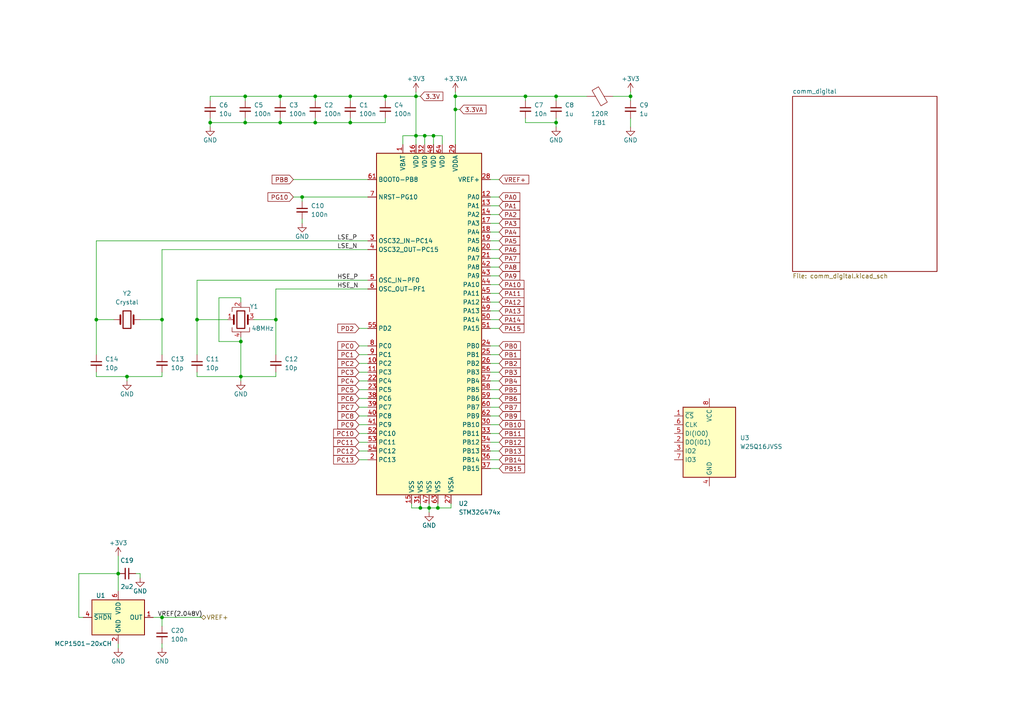
<source format=kicad_sch>
(kicad_sch
	(version 20231120)
	(generator "eeschema")
	(generator_version "8.0")
	(uuid "159eafe2-f9c3-4e3d-ac5b-061b6c8d92b7")
	(paper "A4")
	
	(junction
		(at 36.83 109.22)
		(diameter 0)
		(color 0 0 0 0)
		(uuid "00041928-2ccd-41d7-962b-80e2d45c83dc")
	)
	(junction
		(at 69.85 99.06)
		(diameter 0)
		(color 0 0 0 0)
		(uuid "00bb26ee-adda-4d0b-a3f3-43c2a1cd0c16")
	)
	(junction
		(at 121.92 147.32)
		(diameter 0)
		(color 0 0 0 0)
		(uuid "00c23336-f6eb-47a5-b1b4-fe617796bcd9")
	)
	(junction
		(at 292.1 -123.19)
		(diameter 0)
		(color 0 0 0 0)
		(uuid "0c493519-d467-485c-b2f1-c15722ab633b")
	)
	(junction
		(at 91.44 35.56)
		(diameter 0)
		(color 0 0 0 0)
		(uuid "1d5a5d76-a118-4ac8-a8e8-d413d9859716")
	)
	(junction
		(at 46.99 92.71)
		(diameter 0)
		(color 0 0 0 0)
		(uuid "1fab0334-7ea5-412d-997d-6ea56d01a96a")
	)
	(junction
		(at 71.12 27.94)
		(diameter 0)
		(color 0 0 0 0)
		(uuid "237538ac-e6f0-4abb-9b4c-6e2bbb4aff2b")
	)
	(junction
		(at 292.1 -118.11)
		(diameter 0)
		(color 0 0 0 0)
		(uuid "2d7deb6c-5db8-4ec6-a1ca-1128c8433185")
	)
	(junction
		(at 71.12 35.56)
		(diameter 0)
		(color 0 0 0 0)
		(uuid "4194a96a-b8e4-48b9-b94d-02e985107c03")
	)
	(junction
		(at 81.28 27.94)
		(diameter 0)
		(color 0 0 0 0)
		(uuid "5c0df5dd-33d6-45f2-a7a7-26a7eb78edb6")
	)
	(junction
		(at 132.08 27.94)
		(diameter 0)
		(color 0 0 0 0)
		(uuid "6821dc38-7237-4be4-b71d-151fe51df368")
	)
	(junction
		(at 161.29 35.56)
		(diameter 0)
		(color 0 0 0 0)
		(uuid "6b7635b8-f3e4-4d3d-9b77-e417471be2d8")
	)
	(junction
		(at 292.1 -128.27)
		(diameter 0)
		(color 0 0 0 0)
		(uuid "71824469-965a-412d-85ef-ad80b6cfcbe8")
	)
	(junction
		(at 152.4 27.94)
		(diameter 0)
		(color 0 0 0 0)
		(uuid "73922a74-9c04-4e5a-a4fc-b5b2591f49aa")
	)
	(junction
		(at 123.19 39.37)
		(diameter 0)
		(color 0 0 0 0)
		(uuid "7736a8ff-ceec-4afe-9360-0486dad0adfe")
	)
	(junction
		(at 292.1 -102.87)
		(diameter 0)
		(color 0 0 0 0)
		(uuid "851aa69e-a2db-4daf-9fb6-3302e7386342")
	)
	(junction
		(at 101.6 27.94)
		(diameter 0)
		(color 0 0 0 0)
		(uuid "87f97a57-fecb-41de-b761-ce2e40ffcbe2")
	)
	(junction
		(at 101.6 35.56)
		(diameter 0)
		(color 0 0 0 0)
		(uuid "8c16c498-e1b2-4ebc-93f8-256a82f1204d")
	)
	(junction
		(at 132.08 31.75)
		(diameter 0)
		(color 0 0 0 0)
		(uuid "90583095-8392-45b9-9508-30b4112df6bf")
	)
	(junction
		(at 87.63 57.15)
		(diameter 0)
		(color 0 0 0 0)
		(uuid "92e38738-b4a2-4ae4-821b-23348964b494")
	)
	(junction
		(at 57.15 92.71)
		(diameter 0)
		(color 0 0 0 0)
		(uuid "948f404d-dc37-47be-b633-025e914a2544")
	)
	(junction
		(at 60.96 35.56)
		(diameter 0)
		(color 0 0 0 0)
		(uuid "952d56d1-8b16-4815-98ce-31d376c88e4d")
	)
	(junction
		(at 69.85 109.22)
		(diameter 0)
		(color 0 0 0 0)
		(uuid "9e554597-6798-408e-ad9e-3bed5752854a")
	)
	(junction
		(at 127 147.32)
		(diameter 0)
		(color 0 0 0 0)
		(uuid "a0658a64-fef1-4636-888a-f28cd15dce47")
	)
	(junction
		(at 120.65 27.94)
		(diameter 0)
		(color 0 0 0 0)
		(uuid "a151dbee-0b74-4e9c-bb8b-8bf122bb6af2")
	)
	(junction
		(at 80.01 92.71)
		(diameter 0)
		(color 0 0 0 0)
		(uuid "a4e3a363-5006-4433-8121-b016c0b1c47e")
	)
	(junction
		(at 182.88 27.94)
		(diameter 0)
		(color 0 0 0 0)
		(uuid "a8a1d197-bb4e-4411-b6b0-07fe5d12e31d")
	)
	(junction
		(at 111.76 27.94)
		(diameter 0)
		(color 0 0 0 0)
		(uuid "aa86e1f8-0122-4dcb-a1be-a510765e6069")
	)
	(junction
		(at 125.73 39.37)
		(diameter 0)
		(color 0 0 0 0)
		(uuid "af947a0f-3fcc-4998-82d9-422a8baccdbc")
	)
	(junction
		(at 27.94 92.71)
		(diameter 0)
		(color 0 0 0 0)
		(uuid "b7e362d7-b183-4d3b-8121-3dce21cdde31")
	)
	(junction
		(at 292.1 -113.03)
		(diameter 0)
		(color 0 0 0 0)
		(uuid "b8215f65-66ba-4849-92f7-68384eabfeb4")
	)
	(junction
		(at 81.28 35.56)
		(diameter 0)
		(color 0 0 0 0)
		(uuid "bba52de8-6a6c-4574-93cf-7b72bb9709fd")
	)
	(junction
		(at 120.65 39.37)
		(diameter 0)
		(color 0 0 0 0)
		(uuid "cb00bad7-85c6-4ca9-a182-04fa0ce10ddd")
	)
	(junction
		(at 161.29 27.94)
		(diameter 0)
		(color 0 0 0 0)
		(uuid "d03db807-fd28-4c9c-9a27-703682fc0b34")
	)
	(junction
		(at 292.1 -107.95)
		(diameter 0)
		(color 0 0 0 0)
		(uuid "de50b49d-f09c-477b-9ab8-1e648b3cbfbe")
	)
	(junction
		(at 34.29 166.37)
		(diameter 0)
		(color 0 0 0 0)
		(uuid "e4547627-8592-4355-93d1-117c06f9b50b")
	)
	(junction
		(at 124.46 147.32)
		(diameter 0)
		(color 0 0 0 0)
		(uuid "e572f4d5-91d2-4994-8b31-a2fe890d5726")
	)
	(junction
		(at 91.44 27.94)
		(diameter 0)
		(color 0 0 0 0)
		(uuid "e5738510-bf9e-43a1-a60c-3b2aa4d47e58")
	)
	(junction
		(at 46.99 179.07)
		(diameter 0)
		(color 0 0 0 0)
		(uuid "f5f20229-d4a2-4988-8618-f76aebdbccd0")
	)
	(wire
		(pts
			(xy 363.22 138.43) (xy 377.19 138.43)
		)
		(stroke
			(width 0)
			(type default)
		)
		(uuid "00103c75-a6d6-4ae4-86b3-130e65878138")
	)
	(wire
		(pts
			(xy 182.88 34.29) (xy 182.88 36.83)
		)
		(stroke
			(width 0)
			(type default)
		)
		(uuid "00132753-858f-46fd-938d-987607976ff7")
	)
	(wire
		(pts
			(xy 161.29 27.94) (xy 170.18 27.94)
		)
		(stroke
			(width 0)
			(type default)
		)
		(uuid "00ee4e83-92de-4ae7-80bb-97f41f5ae777")
	)
	(wire
		(pts
			(xy 60.96 35.56) (xy 60.96 36.83)
		)
		(stroke
			(width 0)
			(type default)
		)
		(uuid "05731181-211b-4d6b-9033-c603b46c88bf")
	)
	(wire
		(pts
			(xy 152.4 35.56) (xy 152.4 34.29)
		)
		(stroke
			(width 0)
			(type default)
		)
		(uuid "0634fafa-a639-46e8-970c-1331336cb3ab")
	)
	(wire
		(pts
			(xy 106.68 69.85) (xy 27.94 69.85)
		)
		(stroke
			(width 0)
			(type default)
		)
		(uuid "067cc370-93ff-405a-9fa9-30816bbfb341")
	)
	(wire
		(pts
			(xy 106.68 81.28) (xy 57.15 81.28)
		)
		(stroke
			(width 0)
			(type default)
		)
		(uuid "084b644b-e267-4869-8ff1-34d69b74d234")
	)
	(wire
		(pts
			(xy 292.1 -123.19) (xy 292.1 -118.11)
		)
		(stroke
			(width 0)
			(type default)
		)
		(uuid "09fdf592-e508-4295-9459-aa32aa29da16")
	)
	(wire
		(pts
			(xy 101.6 34.29) (xy 101.6 35.56)
		)
		(stroke
			(width 0)
			(type default)
		)
		(uuid "0deaef78-62d2-4f10-9004-54ca48d79f7b")
	)
	(wire
		(pts
			(xy 142.24 90.17) (xy 144.78 90.17)
		)
		(stroke
			(width 0)
			(type default)
		)
		(uuid "0e938ec8-b749-4725-b2d8-609834bc8f69")
	)
	(wire
		(pts
			(xy 264.16 -107.95) (xy 292.1 -107.95)
		)
		(stroke
			(width 0)
			(type default)
		)
		(uuid "104018b6-337b-459e-87de-9507c743834e")
	)
	(wire
		(pts
			(xy 120.65 27.94) (xy 121.92 27.94)
		)
		(stroke
			(width 0)
			(type default)
		)
		(uuid "1138e297-ba5b-470c-bf79-47e99d1a8f30")
	)
	(wire
		(pts
			(xy 142.24 115.57) (xy 144.78 115.57)
		)
		(stroke
			(width 0)
			(type default)
		)
		(uuid "12381a44-6a2e-4b57-847e-01c9acc02a8f")
	)
	(wire
		(pts
			(xy 87.63 63.5) (xy 87.63 64.77)
		)
		(stroke
			(width 0)
			(type default)
		)
		(uuid "12c3e3ee-b980-411a-b454-53d8b2f2de35")
	)
	(wire
		(pts
			(xy 85.09 57.15) (xy 87.63 57.15)
		)
		(stroke
			(width 0)
			(type default)
		)
		(uuid "1693faad-6ec8-4f58-bac1-4c351a7330c1")
	)
	(wire
		(pts
			(xy 152.4 27.94) (xy 152.4 29.21)
		)
		(stroke
			(width 0)
			(type default)
		)
		(uuid "16b9cb2e-d26b-47c7-8699-96700ea9463b")
	)
	(wire
		(pts
			(xy 132.08 26.67) (xy 132.08 27.94)
		)
		(stroke
			(width 0)
			(type default)
		)
		(uuid "17d2c235-bd14-4ed3-b2cd-7be967e041af")
	)
	(wire
		(pts
			(xy 34.29 161.29) (xy 34.29 166.37)
		)
		(stroke
			(width 0)
			(type default)
		)
		(uuid "19305ca5-eac9-4727-a128-4b88028c133e")
	)
	(wire
		(pts
			(xy 363.22 140.97) (xy 377.19 140.97)
		)
		(stroke
			(width 0)
			(type default)
		)
		(uuid "1c8d89fd-e12e-4fc9-8361-46ce48baa052")
	)
	(wire
		(pts
			(xy 142.24 82.55) (xy 144.78 82.55)
		)
		(stroke
			(width 0)
			(type default)
		)
		(uuid "1d062682-b378-4b5b-ae2c-0ef0c322522b")
	)
	(wire
		(pts
			(xy 132.08 31.75) (xy 132.08 41.91)
		)
		(stroke
			(width 0)
			(type default)
		)
		(uuid "1e8921da-88fe-4d78-9e3f-7e2238e7276e")
	)
	(wire
		(pts
			(xy 104.14 113.03) (xy 106.68 113.03)
		)
		(stroke
			(width 0)
			(type default)
		)
		(uuid "1f6db38c-641d-4357-97fd-f054e7a7b60c")
	)
	(wire
		(pts
			(xy 24.13 179.07) (xy 22.86 179.07)
		)
		(stroke
			(width 0)
			(type default)
		)
		(uuid "20c22fe7-3439-4ef7-acb6-b321bfb4671c")
	)
	(wire
		(pts
			(xy 279.4 -125.73) (xy 264.16 -125.73)
		)
		(stroke
			(width 0)
			(type default)
		)
		(uuid "23ddee1e-6584-4748-bd31-8b6a184f07dd")
	)
	(wire
		(pts
			(xy 142.24 72.39) (xy 144.78 72.39)
		)
		(stroke
			(width 0)
			(type default)
		)
		(uuid "24877a78-a57d-407b-b2b3-6a99a8a10266")
	)
	(wire
		(pts
			(xy 124.46 147.32) (xy 124.46 148.59)
		)
		(stroke
			(width 0)
			(type default)
		)
		(uuid "2716d272-a43f-468b-9a95-f900c4336236")
	)
	(wire
		(pts
			(xy 142.24 100.33) (xy 144.78 100.33)
		)
		(stroke
			(width 0)
			(type default)
		)
		(uuid "27d08025-f4c2-439a-b2c0-039c975f2242")
	)
	(wire
		(pts
			(xy 182.88 27.94) (xy 182.88 29.21)
		)
		(stroke
			(width 0)
			(type default)
		)
		(uuid "27d19a94-2627-49ae-ab9a-3ab499b04efe")
	)
	(wire
		(pts
			(xy 363.22 128.27) (xy 377.19 128.27)
		)
		(stroke
			(width 0)
			(type default)
		)
		(uuid "28c85179-403d-479b-919b-f3f22204cc7b")
	)
	(wire
		(pts
			(xy 69.85 99.06) (xy 69.85 109.22)
		)
		(stroke
			(width 0)
			(type default)
		)
		(uuid "28f97d07-ab05-4c1c-a3da-d2756ddff951")
	)
	(wire
		(pts
			(xy 279.4 -135.89) (xy 264.16 -135.89)
		)
		(stroke
			(width 0)
			(type default)
		)
		(uuid "2901a656-84d2-4594-8ed6-41653c61986d")
	)
	(wire
		(pts
			(xy 121.92 147.32) (xy 124.46 147.32)
		)
		(stroke
			(width 0)
			(type default)
		)
		(uuid "2a442501-fb65-4733-b3c1-818f487b1b2d")
	)
	(wire
		(pts
			(xy 104.14 128.27) (xy 106.68 128.27)
		)
		(stroke
			(width 0)
			(type default)
		)
		(uuid "2a5251cf-0c26-4692-a5eb-6db346e635e0")
	)
	(wire
		(pts
			(xy 142.24 105.41) (xy 144.78 105.41)
		)
		(stroke
			(width 0)
			(type default)
		)
		(uuid "2b99443f-c340-418d-b6ec-e6849c5d1cd8")
	)
	(wire
		(pts
			(xy 264.16 -113.03) (xy 292.1 -113.03)
		)
		(stroke
			(width 0)
			(type default)
		)
		(uuid "2dc8a40a-8790-4c32-aa94-8b1dd1ef8386")
	)
	(wire
		(pts
			(xy 91.44 27.94) (xy 101.6 27.94)
		)
		(stroke
			(width 0)
			(type default)
		)
		(uuid "2ed15726-c776-4e99-9073-f21def757a6e")
	)
	(wire
		(pts
			(xy 142.24 120.65) (xy 144.78 120.65)
		)
		(stroke
			(width 0)
			(type default)
		)
		(uuid "2ff313ef-cfe7-45ad-a4f4-dc95281bc76b")
	)
	(wire
		(pts
			(xy 264.16 -100.33) (xy 279.4 -100.33)
		)
		(stroke
			(width 0)
			(type default)
		)
		(uuid "33e58bf9-9234-447c-99c6-06502543c371")
	)
	(wire
		(pts
			(xy 264.16 -102.87) (xy 292.1 -102.87)
		)
		(stroke
			(width 0)
			(type default)
		)
		(uuid "35b89ae6-d2b7-440b-9f07-535d84f140a5")
	)
	(wire
		(pts
			(xy 363.22 135.89) (xy 377.19 135.89)
		)
		(stroke
			(width 0)
			(type default)
		)
		(uuid "35c43820-1509-4a03-b0e6-5c48225fd3fb")
	)
	(wire
		(pts
			(xy 104.14 102.87) (xy 106.68 102.87)
		)
		(stroke
			(width 0)
			(type default)
		)
		(uuid "35caaffe-e557-48b2-8567-86d381961f0f")
	)
	(wire
		(pts
			(xy 133.35 31.75) (xy 132.08 31.75)
		)
		(stroke
			(width 0)
			(type default)
		)
		(uuid "36aa9f7e-2a99-4339-aa99-5f14cfde11fc")
	)
	(wire
		(pts
			(xy 91.44 35.56) (xy 101.6 35.56)
		)
		(stroke
			(width 0)
			(type default)
		)
		(uuid "3b6720e0-9bc0-4be7-b4a1-3ce59cc01cfe")
	)
	(wire
		(pts
			(xy 71.12 35.56) (xy 60.96 35.56)
		)
		(stroke
			(width 0)
			(type default)
		)
		(uuid "3c92d6d1-d421-4ca9-b15d-4d3e351a768e")
	)
	(wire
		(pts
			(xy 101.6 27.94) (xy 101.6 29.21)
		)
		(stroke
			(width 0)
			(type default)
		)
		(uuid "3d15bb76-83d0-4d6d-84e2-618083483182")
	)
	(wire
		(pts
			(xy 152.4 27.94) (xy 161.29 27.94)
		)
		(stroke
			(width 0)
			(type default)
		)
		(uuid "3ebde590-00e9-4888-955b-701e209f9668")
	)
	(wire
		(pts
			(xy 57.15 81.28) (xy 57.15 92.71)
		)
		(stroke
			(width 0)
			(type default)
		)
		(uuid "3fd362cc-c0cf-42c5-9a88-4cf5aa798507")
	)
	(wire
		(pts
			(xy 264.16 -133.35) (xy 292.1 -133.35)
		)
		(stroke
			(width 0)
			(type default)
		)
		(uuid "41a138fd-0fbf-4256-8247-cf73a9137d75")
	)
	(wire
		(pts
			(xy 85.09 52.07) (xy 106.68 52.07)
		)
		(stroke
			(width 0)
			(type default)
		)
		(uuid "42033d59-8ba0-4f3f-a646-7e7d26228c0b")
	)
	(wire
		(pts
			(xy 142.24 52.07) (xy 144.78 52.07)
		)
		(stroke
			(width 0)
			(type default)
		)
		(uuid "4291e740-3f28-405a-9ebb-fa2181092243")
	)
	(wire
		(pts
			(xy 69.85 109.22) (xy 80.01 109.22)
		)
		(stroke
			(width 0)
			(type default)
		)
		(uuid "4295d072-8182-46b6-9f59-5e43fc51df09")
	)
	(wire
		(pts
			(xy 264.16 -123.19) (xy 292.1 -123.19)
		)
		(stroke
			(width 0)
			(type default)
		)
		(uuid "436dd3e0-bad4-4ddc-8e22-feb37b0f7893")
	)
	(wire
		(pts
			(xy 71.12 27.94) (xy 71.12 29.21)
		)
		(stroke
			(width 0)
			(type default)
		)
		(uuid "4597afa9-4e1c-42fc-a615-09baf2aa79ad")
	)
	(wire
		(pts
			(xy 142.24 133.35) (xy 144.78 133.35)
		)
		(stroke
			(width 0)
			(type default)
		)
		(uuid "46dfc8bf-5462-4631-995e-2633d8012373")
	)
	(wire
		(pts
			(xy 142.24 64.77) (xy 144.78 64.77)
		)
		(stroke
			(width 0)
			(type default)
		)
		(uuid "47606aa8-ad5f-493c-8f14-de2521969eb3")
	)
	(wire
		(pts
			(xy 27.94 69.85) (xy 27.94 92.71)
		)
		(stroke
			(width 0)
			(type default)
		)
		(uuid "48c7905b-df63-42b0-95f5-2c0e975276b6")
	)
	(wire
		(pts
			(xy 120.65 26.67) (xy 120.65 27.94)
		)
		(stroke
			(width 0)
			(type default)
		)
		(uuid "4c342a32-47ce-4435-83ca-6d8384d00025")
	)
	(wire
		(pts
			(xy 279.4 -130.81) (xy 264.16 -130.81)
		)
		(stroke
			(width 0)
			(type default)
		)
		(uuid "5125a7d4-f8f5-41e2-8c80-6a8fa5b8d4b2")
	)
	(wire
		(pts
			(xy 40.64 167.64) (xy 40.64 166.37)
		)
		(stroke
			(width 0)
			(type default)
		)
		(uuid "51bcd5bf-9afe-41ad-9c9c-0c6a4d481ca8")
	)
	(wire
		(pts
			(xy 142.24 130.81) (xy 144.78 130.81)
		)
		(stroke
			(width 0)
			(type default)
		)
		(uuid "5626224f-efb0-4b74-99e4-3aa21a565e4a")
	)
	(wire
		(pts
			(xy 87.63 57.15) (xy 106.68 57.15)
		)
		(stroke
			(width 0)
			(type default)
		)
		(uuid "59b98572-b89f-450b-97b4-7785eaf8f6dc")
	)
	(wire
		(pts
			(xy 111.76 27.94) (xy 120.65 27.94)
		)
		(stroke
			(width 0)
			(type default)
		)
		(uuid "5dab808d-2916-44f3-9382-c9033f52077a")
	)
	(wire
		(pts
			(xy 142.24 128.27) (xy 144.78 128.27)
		)
		(stroke
			(width 0)
			(type default)
		)
		(uuid "5dd4b814-99b2-4498-b1b5-6f8062786fa6")
	)
	(wire
		(pts
			(xy 161.29 27.94) (xy 161.29 29.21)
		)
		(stroke
			(width 0)
			(type default)
		)
		(uuid "5ed074a3-85c5-46a4-ba91-e840af001385")
	)
	(wire
		(pts
			(xy 363.22 143.51) (xy 377.19 143.51)
		)
		(stroke
			(width 0)
			(type default)
		)
		(uuid "5ed23735-003f-4a93-9074-623cfb8e943a")
	)
	(wire
		(pts
			(xy 142.24 123.19) (xy 144.78 123.19)
		)
		(stroke
			(width 0)
			(type default)
		)
		(uuid "60eadd90-fee2-48cf-ad1c-41587692db31")
	)
	(wire
		(pts
			(xy 264.16 -128.27) (xy 292.1 -128.27)
		)
		(stroke
			(width 0)
			(type default)
		)
		(uuid "629ef5be-91d3-427d-a70e-8b07f2e3a807")
	)
	(wire
		(pts
			(xy 120.65 41.91) (xy 120.65 39.37)
		)
		(stroke
			(width 0)
			(type default)
		)
		(uuid "64ce519a-4942-41de-ba79-718fafa17c2c")
	)
	(wire
		(pts
			(xy 40.64 92.71) (xy 46.99 92.71)
		)
		(stroke
			(width 0)
			(type default)
		)
		(uuid "66a260df-6dac-411a-859c-4c72433695e8")
	)
	(wire
		(pts
			(xy 81.28 27.94) (xy 91.44 27.94)
		)
		(stroke
			(width 0)
			(type default)
		)
		(uuid "6853347f-dd31-4245-89f1-e04cce83a9e8")
	)
	(wire
		(pts
			(xy 101.6 27.94) (xy 111.76 27.94)
		)
		(stroke
			(width 0)
			(type default)
		)
		(uuid "691e7f6e-f48e-474a-9a57-469dfc08d530")
	)
	(wire
		(pts
			(xy 363.22 125.73) (xy 377.19 125.73)
		)
		(stroke
			(width 0)
			(type default)
		)
		(uuid "6af7b8df-3ceb-40a0-be78-4f01d87be8ed")
	)
	(wire
		(pts
			(xy 104.14 100.33) (xy 106.68 100.33)
		)
		(stroke
			(width 0)
			(type default)
		)
		(uuid "6d4d2cb8-fb23-4c44-a668-6e64a77a0e28")
	)
	(wire
		(pts
			(xy 142.24 87.63) (xy 144.78 87.63)
		)
		(stroke
			(width 0)
			(type default)
		)
		(uuid "6f2a980d-d95a-4d06-929c-ed9412352390")
	)
	(wire
		(pts
			(xy 60.96 35.56) (xy 60.96 34.29)
		)
		(stroke
			(width 0)
			(type default)
		)
		(uuid "700e17d6-3f62-40ca-af5e-516034e5a005")
	)
	(wire
		(pts
			(xy 87.63 58.42) (xy 87.63 57.15)
		)
		(stroke
			(width 0)
			(type default)
		)
		(uuid "70b5e37e-eadd-42f2-90cd-462fcce0882c")
	)
	(wire
		(pts
			(xy 27.94 92.71) (xy 27.94 102.87)
		)
		(stroke
			(width 0)
			(type default)
		)
		(uuid "71de5c3e-a4fc-4b37-9484-6d1bdf9d61e6")
	)
	(wire
		(pts
			(xy 142.24 125.73) (xy 144.78 125.73)
		)
		(stroke
			(width 0)
			(type default)
		)
		(uuid "72bcdd4b-83d4-48b4-a678-6ccd57b18752")
	)
	(wire
		(pts
			(xy 130.81 147.32) (xy 127 147.32)
		)
		(stroke
			(width 0)
			(type default)
		)
		(uuid "72d229e2-4c3a-4105-9cc4-8699b77b15a5")
	)
	(wire
		(pts
			(xy 44.45 179.07) (xy 46.99 179.07)
		)
		(stroke
			(width 0)
			(type default)
		)
		(uuid "734523e5-8fbd-436a-b707-d973050f4e2a")
	)
	(wire
		(pts
			(xy 142.24 74.93) (xy 144.78 74.93)
		)
		(stroke
			(width 0)
			(type default)
		)
		(uuid "73e8c8dc-97c7-4cd7-a3c3-4646ee246f7d")
	)
	(wire
		(pts
			(xy 116.84 39.37) (xy 120.65 39.37)
		)
		(stroke
			(width 0)
			(type default)
		)
		(uuid "74446541-15de-4b4b-85bd-6bdb644acbbf")
	)
	(wire
		(pts
			(xy 69.85 109.22) (xy 69.85 110.49)
		)
		(stroke
			(width 0)
			(type default)
		)
		(uuid "7761a3ad-274d-431c-b795-27a3ea6c5b71")
	)
	(wire
		(pts
			(xy 80.01 92.71) (xy 80.01 102.87)
		)
		(stroke
			(width 0)
			(type default)
		)
		(uuid "78e6ec90-6bc9-49fa-9836-5385af9cd19f")
	)
	(wire
		(pts
			(xy 292.1 -128.27) (xy 292.1 -123.19)
		)
		(stroke
			(width 0)
			(type default)
		)
		(uuid "79543b00-dd90-4fc0-acfe-49812a95253b")
	)
	(wire
		(pts
			(xy 142.24 57.15) (xy 144.78 57.15)
		)
		(stroke
			(width 0)
			(type default)
		)
		(uuid "79a0b7b1-04db-4039-bc6c-6de26e3b1fa5")
	)
	(wire
		(pts
			(xy 120.65 27.94) (xy 120.65 39.37)
		)
		(stroke
			(width 0)
			(type default)
		)
		(uuid "79a4cba3-9888-4866-99df-b8becb6c18b0")
	)
	(wire
		(pts
			(xy 104.14 120.65) (xy 106.68 120.65)
		)
		(stroke
			(width 0)
			(type default)
		)
		(uuid "7b05fb9b-318f-44a1-bb0b-f25270c81811")
	)
	(wire
		(pts
			(xy 80.01 83.82) (xy 80.01 92.71)
		)
		(stroke
			(width 0)
			(type default)
		)
		(uuid "7b29ce5f-4845-43ef-8180-f655de3989bb")
	)
	(wire
		(pts
			(xy 69.85 97.79) (xy 69.85 99.06)
		)
		(stroke
			(width 0)
			(type default)
		)
		(uuid "7bcf1f90-64a0-4355-b6eb-8d3c50b94d07")
	)
	(wire
		(pts
			(xy 161.29 35.56) (xy 161.29 36.83)
		)
		(stroke
			(width 0)
			(type default)
		)
		(uuid "7c605e57-815b-4a75-b911-0e063babf1f8")
	)
	(wire
		(pts
			(xy 161.29 35.56) (xy 152.4 35.56)
		)
		(stroke
			(width 0)
			(type default)
		)
		(uuid "7d647497-302c-4013-b538-30e1261b8bbe")
	)
	(wire
		(pts
			(xy 63.5 86.36) (xy 69.85 86.36)
		)
		(stroke
			(width 0)
			(type default)
		)
		(uuid "7dc06f2b-5ca0-49c2-92d0-0ac8d9c150a8")
	)
	(wire
		(pts
			(xy 123.19 39.37) (xy 120.65 39.37)
		)
		(stroke
			(width 0)
			(type default)
		)
		(uuid "7f3a9738-27e7-4481-9005-f56f2a7ab995")
	)
	(wire
		(pts
			(xy 81.28 27.94) (xy 81.28 29.21)
		)
		(stroke
			(width 0)
			(type default)
		)
		(uuid "7fa1916c-0257-4771-8e6d-0d308101df20")
	)
	(wire
		(pts
			(xy 182.88 26.67) (xy 182.88 27.94)
		)
		(stroke
			(width 0)
			(type default)
		)
		(uuid "803ab6f1-f5d2-4f4f-8756-411f6b72e11b")
	)
	(wire
		(pts
			(xy 27.94 92.71) (xy 33.02 92.71)
		)
		(stroke
			(width 0)
			(type default)
		)
		(uuid "84e3abfe-3f3a-4018-9397-b51b47ac9436")
	)
	(wire
		(pts
			(xy 81.28 35.56) (xy 91.44 35.56)
		)
		(stroke
			(width 0)
			(type default)
		)
		(uuid "895a9894-fcdc-4782-9c93-8dffea19e4a5")
	)
	(wire
		(pts
			(xy 81.28 34.29) (xy 81.28 35.56)
		)
		(stroke
			(width 0)
			(type default)
		)
		(uuid "8c69eee8-208c-4ae1-a24f-b5c32d76f33a")
	)
	(wire
		(pts
			(xy 363.22 130.81) (xy 388.62 130.81)
		)
		(stroke
			(width 0)
			(type default)
		)
		(uuid "8d8a9b57-b865-451b-a0a5-4a870c3c3fd1")
	)
	(wire
		(pts
			(xy 292.1 -107.95) (xy 292.1 -102.87)
		)
		(stroke
			(width 0)
			(type default)
		)
		(uuid "8e1d6d96-ea9b-4569-b264-eaac582765f1")
	)
	(wire
		(pts
			(xy 106.68 72.39) (xy 46.99 72.39)
		)
		(stroke
			(width 0)
			(type default)
		)
		(uuid "8ee505dd-0985-4c2f-b898-2baad12c659d")
	)
	(wire
		(pts
			(xy 34.29 186.69) (xy 34.29 187.96)
		)
		(stroke
			(width 0)
			(type default)
		)
		(uuid "8fc24e5a-aad1-41a7-8615-cd5bb0a75bc6")
	)
	(wire
		(pts
			(xy 69.85 86.36) (xy 69.85 87.63)
		)
		(stroke
			(width 0)
			(type default)
		)
		(uuid "90202d1e-39bc-4ac0-b41f-3e0205af5767")
	)
	(wire
		(pts
			(xy 71.12 27.94) (xy 81.28 27.94)
		)
		(stroke
			(width 0)
			(type default)
		)
		(uuid "916e67a5-bb8d-4926-9266-b1895fd19a10")
	)
	(wire
		(pts
			(xy 46.99 72.39) (xy 46.99 92.71)
		)
		(stroke
			(width 0)
			(type default)
		)
		(uuid "92dbbfec-7d1a-4afc-a41e-46d795f860ff")
	)
	(wire
		(pts
			(xy 36.83 109.22) (xy 46.99 109.22)
		)
		(stroke
			(width 0)
			(type default)
		)
		(uuid "9417961f-b80d-4adf-9e11-d895af69c635")
	)
	(wire
		(pts
			(xy 40.64 166.37) (xy 39.37 166.37)
		)
		(stroke
			(width 0)
			(type default)
		)
		(uuid "945473f1-3515-442d-9742-44e32e3d4c00")
	)
	(wire
		(pts
			(xy 127 146.05) (xy 127 147.32)
		)
		(stroke
			(width 0)
			(type default)
		)
		(uuid "94e4bf86-f3cc-4936-8320-7ac561b63690")
	)
	(wire
		(pts
			(xy 142.24 118.11) (xy 144.78 118.11)
		)
		(stroke
			(width 0)
			(type default)
		)
		(uuid "94fe3178-9708-4988-a871-87db4ba1c74d")
	)
	(wire
		(pts
			(xy 27.94 107.95) (xy 27.94 109.22)
		)
		(stroke
			(width 0)
			(type default)
		)
		(uuid "95694b6c-9353-4620-b353-fbeb109b269f")
	)
	(wire
		(pts
			(xy 104.14 107.95) (xy 106.68 107.95)
		)
		(stroke
			(width 0)
			(type default)
		)
		(uuid "96b90bd6-2a4c-4b1c-9f77-682ca6e18fcb")
	)
	(wire
		(pts
			(xy 142.24 135.89) (xy 144.78 135.89)
		)
		(stroke
			(width 0)
			(type default)
		)
		(uuid "97112478-ce53-4aac-98bd-2e46031a3e82")
	)
	(wire
		(pts
			(xy 363.22 146.05) (xy 377.19 146.05)
		)
		(stroke
			(width 0)
			(type default)
		)
		(uuid "9847a7f0-c1b0-4043-835f-fd1fd1655d6c")
	)
	(wire
		(pts
			(xy 106.68 83.82) (xy 80.01 83.82)
		)
		(stroke
			(width 0)
			(type default)
		)
		(uuid "9c9ab1bb-f4d8-4b1f-9b31-98746a51c8e5")
	)
	(wire
		(pts
			(xy 132.08 27.94) (xy 132.08 31.75)
		)
		(stroke
			(width 0)
			(type default)
		)
		(uuid "9cd67cb1-cd68-4aca-bc36-1ff189ebc7ec")
	)
	(wire
		(pts
			(xy 66.04 92.71) (xy 57.15 92.71)
		)
		(stroke
			(width 0)
			(type default)
		)
		(uuid "9ed14f3d-4fa8-4d04-95b9-dc68a2d9e678")
	)
	(wire
		(pts
			(xy 128.27 39.37) (xy 125.73 39.37)
		)
		(stroke
			(width 0)
			(type default)
		)
		(uuid "9f70ecbf-c47e-4b40-9dde-27852be2f9c4")
	)
	(wire
		(pts
			(xy 71.12 35.56) (xy 81.28 35.56)
		)
		(stroke
			(width 0)
			(type default)
		)
		(uuid "a086dece-0d59-4e7f-91be-80ae8749ed3a")
	)
	(wire
		(pts
			(xy 292.1 -118.11) (xy 292.1 -113.03)
		)
		(stroke
			(width 0)
			(type default)
		)
		(uuid "a278d936-0799-48d1-9f4b-6be1d888947a")
	)
	(wire
		(pts
			(xy 27.94 109.22) (xy 36.83 109.22)
		)
		(stroke
			(width 0)
			(type default)
		)
		(uuid "a2897703-ddd4-4282-8c60-2418410a97ab")
	)
	(wire
		(pts
			(xy 46.99 179.07) (xy 46.99 181.61)
		)
		(stroke
			(width 0)
			(type default)
		)
		(uuid "a3153868-11f5-43dc-96a4-eaf82903d8bb")
	)
	(wire
		(pts
			(xy 104.14 123.19) (xy 106.68 123.19)
		)
		(stroke
			(width 0)
			(type default)
		)
		(uuid "a49f6aea-3d91-461a-a057-3466cdecd10b")
	)
	(wire
		(pts
			(xy 363.22 120.65) (xy 377.19 120.65)
		)
		(stroke
			(width 0)
			(type default)
		)
		(uuid "a661ca30-caa5-404e-a93f-73f3197520eb")
	)
	(wire
		(pts
			(xy 142.24 95.25) (xy 144.78 95.25)
		)
		(stroke
			(width 0)
			(type default)
		)
		(uuid "a766e978-5170-4d20-b900-4c132c3cfae3")
	)
	(wire
		(pts
			(xy 142.24 113.03) (xy 144.78 113.03)
		)
		(stroke
			(width 0)
			(type default)
		)
		(uuid "aaa3444e-48cc-4d7b-8d48-90a79feee627")
	)
	(wire
		(pts
			(xy 119.38 147.32) (xy 121.92 147.32)
		)
		(stroke
			(width 0)
			(type default)
		)
		(uuid "abbbc4eb-2f3f-44fc-818b-deb8ea44adf5")
	)
	(wire
		(pts
			(xy 116.84 41.91) (xy 116.84 39.37)
		)
		(stroke
			(width 0)
			(type default)
		)
		(uuid "abc3f45b-ee95-4243-9a88-cc07efe9ee4b")
	)
	(wire
		(pts
			(xy 36.83 109.22) (xy 36.83 110.49)
		)
		(stroke
			(width 0)
			(type default)
		)
		(uuid "afc91809-8959-4052-b8cb-4d7fe1a2bdeb")
	)
	(wire
		(pts
			(xy 264.16 -105.41) (xy 279.4 -105.41)
		)
		(stroke
			(width 0)
			(type default)
		)
		(uuid "b065285e-489c-465f-8bf5-f14e1f3d87e0")
	)
	(wire
		(pts
			(xy 142.24 80.01) (xy 144.78 80.01)
		)
		(stroke
			(width 0)
			(type default)
		)
		(uuid "b069cef6-282d-4b32-a2aa-24a429b53c58")
	)
	(wire
		(pts
			(xy 142.24 77.47) (xy 144.78 77.47)
		)
		(stroke
			(width 0)
			(type default)
		)
		(uuid "b155cf8f-d6ad-447d-a991-db86cbbd2767")
	)
	(wire
		(pts
			(xy 69.85 99.06) (xy 63.5 99.06)
		)
		(stroke
			(width 0)
			(type default)
		)
		(uuid "b35c386d-b2b3-4eee-815b-32034e075956")
	)
	(wire
		(pts
			(xy 142.24 102.87) (xy 144.78 102.87)
		)
		(stroke
			(width 0)
			(type default)
		)
		(uuid "b378a296-f42d-4450-abed-4db553aa4166")
	)
	(wire
		(pts
			(xy 46.99 107.95) (xy 46.99 109.22)
		)
		(stroke
			(width 0)
			(type default)
		)
		(uuid "b418db19-7c4d-4096-983d-5ffba252222b")
	)
	(wire
		(pts
			(xy 111.76 35.56) (xy 111.76 34.29)
		)
		(stroke
			(width 0)
			(type default)
		)
		(uuid "b720aef8-4369-4665-93ff-cb94fd8bc2a3")
	)
	(wire
		(pts
			(xy 161.29 35.56) (xy 161.29 34.29)
		)
		(stroke
			(width 0)
			(type default)
		)
		(uuid "b9ed5b47-55ab-4189-b684-1cf8fb754d1a")
	)
	(wire
		(pts
			(xy 73.66 92.71) (xy 80.01 92.71)
		)
		(stroke
			(width 0)
			(type default)
		)
		(uuid "ba886c9f-5a94-49f1-9a82-08043467ae93")
	)
	(wire
		(pts
			(xy 130.81 146.05) (xy 130.81 147.32)
		)
		(stroke
			(width 0)
			(type default)
		)
		(uuid "bb695db3-819b-4c3b-98d8-b6a6a4c4f6e1")
	)
	(wire
		(pts
			(xy 142.24 59.69) (xy 144.78 59.69)
		)
		(stroke
			(width 0)
			(type default)
		)
		(uuid "bb80d488-427f-4fcf-b64f-39fb5e0baba6")
	)
	(wire
		(pts
			(xy 142.24 67.31) (xy 144.78 67.31)
		)
		(stroke
			(width 0)
			(type default)
		)
		(uuid "bb967fc3-859c-4f4e-aefb-2620d2545325")
	)
	(wire
		(pts
			(xy 57.15 109.22) (xy 69.85 109.22)
		)
		(stroke
			(width 0)
			(type default)
		)
		(uuid "bcb0b86e-d95c-47b3-9f75-b28b552a113e")
	)
	(wire
		(pts
			(xy 177.8 27.94) (xy 182.88 27.94)
		)
		(stroke
			(width 0)
			(type default)
		)
		(uuid "c0052b1a-1d52-4d49-a28b-fabb4662c08d")
	)
	(wire
		(pts
			(xy 104.14 115.57) (xy 106.68 115.57)
		)
		(stroke
			(width 0)
			(type default)
		)
		(uuid "c1979d07-65fd-4db7-a808-ffda1d75a447")
	)
	(wire
		(pts
			(xy 91.44 27.94) (xy 91.44 29.21)
		)
		(stroke
			(width 0)
			(type default)
		)
		(uuid "c23980e4-7e78-409c-af44-1dda67eef1a2")
	)
	(wire
		(pts
			(xy 60.96 27.94) (xy 60.96 29.21)
		)
		(stroke
			(width 0)
			(type default)
		)
		(uuid "c6492b27-434e-470b-a548-093ef8f6271b")
	)
	(wire
		(pts
			(xy 104.14 105.41) (xy 106.68 105.41)
		)
		(stroke
			(width 0)
			(type default)
		)
		(uuid "c7346a23-86ca-49db-ab20-d6598f5be815")
	)
	(wire
		(pts
			(xy 104.14 133.35) (xy 106.68 133.35)
		)
		(stroke
			(width 0)
			(type default)
		)
		(uuid "c849e4b0-5a27-41c2-9da2-2346715a3ddb")
	)
	(wire
		(pts
			(xy 292.1 -113.03) (xy 292.1 -107.95)
		)
		(stroke
			(width 0)
			(type default)
		)
		(uuid "c8ac5e6d-c429-4f9f-a9af-aee9faa4f261")
	)
	(wire
		(pts
			(xy 57.15 107.95) (xy 57.15 109.22)
		)
		(stroke
			(width 0)
			(type default)
		)
		(uuid "c8e32207-cde1-4ecb-a93f-0e1051917f26")
	)
	(wire
		(pts
			(xy 71.12 34.29) (xy 71.12 35.56)
		)
		(stroke
			(width 0)
			(type default)
		)
		(uuid "ca203587-6d44-4b60-bcec-3664bdd81130")
	)
	(wire
		(pts
			(xy 142.24 62.23) (xy 144.78 62.23)
		)
		(stroke
			(width 0)
			(type default)
		)
		(uuid "ca39848a-51b9-4088-a8a4-51b7150bd65f")
	)
	(wire
		(pts
			(xy 121.92 146.05) (xy 121.92 147.32)
		)
		(stroke
			(width 0)
			(type default)
		)
		(uuid "cc155126-b3ef-4cb8-8e24-e61782aa5ae6")
	)
	(wire
		(pts
			(xy 363.22 133.35) (xy 377.19 133.35)
		)
		(stroke
			(width 0)
			(type default)
		)
		(uuid "cce451a4-f469-4ec3-b863-c34947491b51")
	)
	(wire
		(pts
			(xy 104.14 130.81) (xy 106.68 130.81)
		)
		(stroke
			(width 0)
			(type default)
		)
		(uuid "ce80f2f6-6dc5-4be2-847b-43fbdf47dd53")
	)
	(wire
		(pts
			(xy 363.22 123.19) (xy 377.19 123.19)
		)
		(stroke
			(width 0)
			(type default)
		)
		(uuid "cfd22a94-6025-4e94-9b29-15880a959e2a")
	)
	(wire
		(pts
			(xy 363.22 151.13) (xy 377.19 151.13)
		)
		(stroke
			(width 0)
			(type default)
		)
		(uuid "cffc33e0-ccf8-4314-afe1-fbc74e39eebd")
	)
	(wire
		(pts
			(xy 292.1 -133.35) (xy 292.1 -128.27)
		)
		(stroke
			(width 0)
			(type default)
		)
		(uuid "d12a1b9a-44f6-41b1-953c-cd6efef1017a")
	)
	(wire
		(pts
			(xy 142.24 69.85) (xy 144.78 69.85)
		)
		(stroke
			(width 0)
			(type default)
		)
		(uuid "d3b42ccd-ff5f-47ed-a36c-33870ebe616d")
	)
	(wire
		(pts
			(xy 142.24 110.49) (xy 144.78 110.49)
		)
		(stroke
			(width 0)
			(type default)
		)
		(uuid "d445ad07-461f-4ebf-b16e-529ce27053a3")
	)
	(wire
		(pts
			(xy 57.15 92.71) (xy 57.15 102.87)
		)
		(stroke
			(width 0)
			(type default)
		)
		(uuid "d58b2088-ed8b-42b4-a9a1-73c3ccc7eb13")
	)
	(wire
		(pts
			(xy 123.19 41.91) (xy 123.19 39.37)
		)
		(stroke
			(width 0)
			(type default)
		)
		(uuid "d59314cf-7088-4e61-913e-b6fed2629c38")
	)
	(wire
		(pts
			(xy 80.01 107.95) (xy 80.01 109.22)
		)
		(stroke
			(width 0)
			(type default)
		)
		(uuid "d70f60cd-2411-4cc3-a408-fc1d36d82449")
	)
	(wire
		(pts
			(xy 111.76 27.94) (xy 111.76 29.21)
		)
		(stroke
			(width 0)
			(type default)
		)
		(uuid "d7b7d820-488a-4f54-8768-a67cbee1cf34")
	)
	(wire
		(pts
			(xy 46.99 186.69) (xy 46.99 187.96)
		)
		(stroke
			(width 0)
			(type default)
		)
		(uuid "d93d1efa-6374-4871-a700-31b78048d9c9")
	)
	(wire
		(pts
			(xy 128.27 41.91) (xy 128.27 39.37)
		)
		(stroke
			(width 0)
			(type default)
		)
		(uuid "d9b9cd72-f22c-4b57-b12b-8ab399bf9436")
	)
	(wire
		(pts
			(xy 363.22 148.59) (xy 377.19 148.59)
		)
		(stroke
			(width 0)
			(type default)
		)
		(uuid "dafa5cc3-4675-49f6-95b6-a0088d46867f")
	)
	(wire
		(pts
			(xy 34.29 166.37) (xy 34.29 171.45)
		)
		(stroke
			(width 0)
			(type default)
		)
		(uuid "de94a7f9-fd01-4d09-b689-27654afb9337")
	)
	(wire
		(pts
			(xy 264.16 -110.49) (xy 279.4 -110.49)
		)
		(stroke
			(width 0)
			(type default)
		)
		(uuid "df8d932d-35ee-4344-bd3a-73c97391c28d")
	)
	(wire
		(pts
			(xy 279.4 -115.57) (xy 264.16 -115.57)
		)
		(stroke
			(width 0)
			(type default)
		)
		(uuid "e0accf74-aecb-4bd4-a3d6-0b94254f339c")
	)
	(wire
		(pts
			(xy 104.14 125.73) (xy 106.68 125.73)
		)
		(stroke
			(width 0)
			(type default)
		)
		(uuid "e36b67fd-344f-488a-b816-3740ca9521bd")
	)
	(wire
		(pts
			(xy 101.6 35.56) (xy 111.76 35.56)
		)
		(stroke
			(width 0)
			(type default)
		)
		(uuid "e6c9df24-77a9-45cc-a57e-386dbb952ba1")
	)
	(wire
		(pts
			(xy 142.24 107.95) (xy 144.78 107.95)
		)
		(stroke
			(width 0)
			(type default)
		)
		(uuid "e710a47f-2abe-4b88-8a60-af19d28e866a")
	)
	(wire
		(pts
			(xy 119.38 146.05) (xy 119.38 147.32)
		)
		(stroke
			(width 0)
			(type default)
		)
		(uuid "e7a8f45b-1862-4d2d-8999-082436946075")
	)
	(wire
		(pts
			(xy 46.99 92.71) (xy 46.99 102.87)
		)
		(stroke
			(width 0)
			(type default)
		)
		(uuid "e9081df6-6ccd-458b-bf37-d0b6b33f5df3")
	)
	(wire
		(pts
			(xy 22.86 179.07) (xy 22.86 166.37)
		)
		(stroke
			(width 0)
			(type default)
		)
		(uuid "e9234810-30c8-4e41-9008-bbaf0e397926")
	)
	(wire
		(pts
			(xy 91.44 34.29) (xy 91.44 35.56)
		)
		(stroke
			(width 0)
			(type default)
		)
		(uuid "ecabd118-2334-401b-a5cc-41d2d9cbdb4e")
	)
	(wire
		(pts
			(xy 46.99 179.07) (xy 58.42 179.07)
		)
		(stroke
			(width 0)
			(type default)
		)
		(uuid "ecff3dc0-7050-4bf3-a8ad-32bc372c19bd")
	)
	(wire
		(pts
			(xy 123.19 39.37) (xy 125.73 39.37)
		)
		(stroke
			(width 0)
			(type default)
		)
		(uuid "ed284411-9931-41e0-8c3d-eb17b71f0185")
	)
	(wire
		(pts
			(xy 279.4 -120.65) (xy 264.16 -120.65)
		)
		(stroke
			(width 0)
			(type default)
		)
		(uuid "ed780640-5487-4099-9993-e2268c82f110")
	)
	(wire
		(pts
			(xy 127 147.32) (xy 124.46 147.32)
		)
		(stroke
			(width 0)
			(type default)
		)
		(uuid "ef4feec0-990c-4411-8ce7-c0bf35644bd7")
	)
	(wire
		(pts
			(xy 104.14 118.11) (xy 106.68 118.11)
		)
		(stroke
			(width 0)
			(type default)
		)
		(uuid "f1479775-3085-4ef9-a7e6-68b12967aef8")
	)
	(wire
		(pts
			(xy 142.24 92.71) (xy 144.78 92.71)
		)
		(stroke
			(width 0)
			(type default)
		)
		(uuid "f192374d-77d7-467c-a4eb-ea48eb534117")
	)
	(wire
		(pts
			(xy 142.24 85.09) (xy 144.78 85.09)
		)
		(stroke
			(width 0)
			(type default)
		)
		(uuid "f28841b1-2e45-4baa-9f85-ac9a8363f29c")
	)
	(wire
		(pts
			(xy 104.14 110.49) (xy 106.68 110.49)
		)
		(stroke
			(width 0)
			(type default)
		)
		(uuid "f318a363-210e-4248-8a1d-20370c1e616a")
	)
	(wire
		(pts
			(xy 63.5 99.06) (xy 63.5 86.36)
		)
		(stroke
			(width 0)
			(type default)
		)
		(uuid "f4abbda5-6969-4777-bca4-21596f4440d4")
	)
	(wire
		(pts
			(xy 22.86 166.37) (xy 34.29 166.37)
		)
		(stroke
			(width 0)
			(type default)
		)
		(uuid "f4fab75f-ced6-45d7-9fa4-f1838c49f7ef")
	)
	(wire
		(pts
			(xy 60.96 27.94) (xy 71.12 27.94)
		)
		(stroke
			(width 0)
			(type default)
		)
		(uuid "f56db319-a3a9-4e96-8ffc-ac6cc63ee298")
	)
	(wire
		(pts
			(xy 104.14 95.25) (xy 106.68 95.25)
		)
		(stroke
			(width 0)
			(type default)
		)
		(uuid "f75b62de-2e75-43a9-b3dc-4588125e5376")
	)
	(wire
		(pts
			(xy 264.16 -118.11) (xy 292.1 -118.11)
		)
		(stroke
			(width 0)
			(type default)
		)
		(uuid "f7d22a16-3fee-48cc-b2cf-6b3b82c122dd")
	)
	(wire
		(pts
			(xy 152.4 27.94) (xy 132.08 27.94)
		)
		(stroke
			(width 0)
			(type default)
		)
		(uuid "fa4a7983-c508-427d-9972-36bd937fb546")
	)
	(wire
		(pts
			(xy 363.22 118.11) (xy 388.62 118.11)
		)
		(stroke
			(width 0)
			(type default)
		)
		(uuid "faf9d3fc-19ef-4cb7-814d-8034b113e560")
	)
	(wire
		(pts
			(xy 124.46 146.05) (xy 124.46 147.32)
		)
		(stroke
			(width 0)
			(type default)
		)
		(uuid "fb17a8ca-e5d6-4b95-986e-9828af666c01")
	)
	(wire
		(pts
			(xy 292.1 -102.87) (xy 292.1 -100.33)
		)
		(stroke
			(width 0)
			(type default)
		)
		(uuid "fc78e6b3-d6cd-4717-91e1-b68d5084443b")
	)
	(wire
		(pts
			(xy 125.73 39.37) (xy 125.73 41.91)
		)
		(stroke
			(width 0)
			(type default)
		)
		(uuid "ffbd6d13-3ec5-42fa-89dd-04f406afaac9")
	)
	(label "GPIO.CH_6"
		(at 365.76 148.59 0)
		(fields_autoplaced yes)
		(effects
			(font
				(size 1.27 1.27)
				(color 0 0 255 1)
			)
			(justify left bottom)
		)
		(uuid "037d84a2-cbb5-49eb-81ef-05f5cabeb749")
		(property "Netclass" "signal_gpio"
			(at 365.76 149.86 0)
			(effects
				(font
					(size 1.27 1.27)
					(italic yes)
				)
				(justify left)
				(hide yes)
			)
		)
	)
	(label "LSE_N"
		(at 97.79 72.39 0)
		(fields_autoplaced yes)
		(effects
			(font
				(size 1.27 1.27)
			)
			(justify left bottom)
		)
		(uuid "11836c17-b259-4238-89f8-db39073adf3c")
		(property "Netclass" "signal_differential"
			(at 97.79 73.66 0)
			(effects
				(font
					(size 1.27 1.27)
					(italic yes)
				)
				(justify left)
				(hide yes)
			)
		)
	)
	(label "ANALOG.CH_4"
		(at 278.13 -115.57 180)
		(fields_autoplaced yes)
		(effects
			(font
				(size 1.27 1.27)
				(color 255 153 0 1)
			)
			(justify right bottom)
		)
		(uuid "142aaf8f-8c94-4e0c-a901-559a2f19aff4")
		(property "Netclass" "signal_analog"
			(at 278.13 -114.3 0)
			(effects
				(font
					(size 1.27 1.27)
					(italic yes)
				)
				(justify right)
				(hide yes)
			)
		)
	)
	(label "LSE_P"
		(at 97.79 69.85 0)
		(fields_autoplaced yes)
		(effects
			(font
				(size 1.27 1.27)
			)
			(justify left bottom)
		)
		(uuid "14c70047-3f11-4d02-8b5b-4ae180814bc4")
		(property "Netclass" "signal_differential"
			(at 97.79 71.12 0)
			(effects
				(font
					(size 1.27 1.27)
					(italic yes)
				)
				(justify left)
				(hide yes)
			)
		)
	)
	(label "GPIO.CH_7"
		(at 365.76 151.13 0)
		(fields_autoplaced yes)
		(effects
			(font
				(size 1.27 1.27)
				(color 0 0 255 1)
			)
			(justify left bottom)
		)
		(uuid "1e730c20-696f-442d-b25e-06b1b12c6ee3")
		(property "Netclass" "signal_gpio"
			(at 365.76 152.4 0)
			(effects
				(font
					(size 1.27 1.27)
					(italic yes)
				)
				(justify left)
				(hide yes)
			)
		)
	)
	(label "GPIO.CH_1"
		(at 365.76 135.89 0)
		(fields_autoplaced yes)
		(effects
			(font
				(size 1.27 1.27)
				(color 0 0 255 1)
			)
			(justify left bottom)
		)
		(uuid "22195afb-ab6e-4b9e-ac3b-73623ec8c2bf")
		(property "Netclass" "signal_gpio"
			(at 365.76 137.16 0)
			(effects
				(font
					(size 1.27 1.27)
					(italic yes)
				)
				(justify left)
				(hide yes)
			)
		)
	)
	(label "TIMER.CH_3"
		(at 365.76 128.27 0)
		(fields_autoplaced yes)
		(effects
			(font
				(size 1.27 1.27)
				(color 0 0 255 1)
			)
			(justify left bottom)
		)
		(uuid "255c8e06-7135-405c-9da3-b4bb2fb50bcf")
		(property "Netclass" "signal_gpio"
			(at 365.76 129.54 0)
			(effects
				(font
					(size 1.27 1.27)
					(italic yes)
				)
				(justify left)
				(hide yes)
			)
		)
	)
	(label "ANALOG.CH_5"
		(at 278.13 -110.49 180)
		(fields_autoplaced yes)
		(effects
			(font
				(size 1.27 1.27)
				(color 255 153 0 1)
			)
			(justify right bottom)
		)
		(uuid "37d2fa93-25de-49cf-babb-2a900e908898")
		(property "Netclass" "signal_analog"
			(at 278.13 -109.22 0)
			(effects
				(font
					(size 1.27 1.27)
					(italic yes)
				)
				(justify right)
				(hide yes)
			)
		)
	)
	(label "ANALOG.CH_3"
		(at 278.13 -120.65 180)
		(fields_autoplaced yes)
		(effects
			(font
				(size 1.27 1.27)
				(color 255 153 0 1)
			)
			(justify right bottom)
		)
		(uuid "40af2e13-8045-4562-a49e-40225b903ff8")
		(property "Netclass" "signal_analog"
			(at 278.13 -119.38 0)
			(effects
				(font
					(size 1.27 1.27)
					(italic yes)
				)
				(justify right)
				(hide yes)
			)
		)
	)
	(label "GPIO.CH_5"
		(at 365.76 146.05 0)
		(fields_autoplaced yes)
		(effects
			(font
				(size 1.27 1.27)
				(color 0 0 255 1)
			)
			(justify left bottom)
		)
		(uuid "473475e1-5777-430e-b6c2-7a22df18cd33")
		(property "Netclass" "signal_gpio"
			(at 365.76 147.32 0)
			(effects
				(font
					(size 1.27 1.27)
					(italic yes)
				)
				(justify left)
				(hide yes)
			)
		)
	)
	(label "GPIO.CH_0"
		(at 365.76 133.35 0)
		(fields_autoplaced yes)
		(effects
			(font
				(size 1.27 1.27)
				(color 0 0 255 1)
			)
			(justify left bottom)
		)
		(uuid "4f1572cc-1482-4363-ae35-40e4d6a8e44c")
		(property "Netclass" "signal_gpio"
			(at 365.76 134.62 0)
			(effects
				(font
					(size 1.27 1.27)
					(italic yes)
				)
				(justify left)
				(hide yes)
			)
		)
	)
	(label "GPIO.CH_3"
		(at 365.76 140.97 0)
		(fields_autoplaced yes)
		(effects
			(font
				(size 1.27 1.27)
				(color 0 0 255 1)
			)
			(justify left bottom)
		)
		(uuid "5c580db1-b917-4b62-ba97-d1fd5d72e408")
		(property "Netclass" "signal_gpio"
			(at 365.76 142.24 0)
			(effects
				(font
					(size 1.27 1.27)
					(italic yes)
				)
				(justify left)
				(hide yes)
			)
		)
	)
	(label "HSE_P"
		(at 97.79 81.28 0)
		(fields_autoplaced yes)
		(effects
			(font
				(size 1.27 1.27)
			)
			(justify left bottom)
		)
		(uuid "73059fe0-8e07-4892-b7a4-4d46c45a10de")
		(property "Netclass" "signal_differential"
			(at 97.79 82.55 0)
			(effects
				(font
					(size 1.27 1.27)
					(italic yes)
				)
				(justify left)
				(hide yes)
			)
		)
	)
	(label "ANALOG.CH_0"
		(at 278.13 -135.89 180)
		(fields_autoplaced yes)
		(effects
			(font
				(size 1.27 1.27)
				(color 255 153 0 1)
			)
			(justify right bottom)
		)
		(uuid "77db63b6-f25e-440c-b9f9-923ff6e896f3")
		(property "Netclass" "signal_analog"
			(at 278.13 -134.62 0)
			(effects
				(font
					(size 1.27 1.27)
					(italic yes)
				)
				(justify right)
				(hide yes)
			)
		)
	)
	(label "GPIO.CH_4"
		(at 365.76 143.51 0)
		(fields_autoplaced yes)
		(effects
			(font
				(size 1.27 1.27)
				(color 0 0 255 1)
			)
			(justify left bottom)
		)
		(uuid "8b832419-fbdc-42a4-a92c-adca3497bbf7")
		(property "Netclass" "signal_gpio"
			(at 365.76 144.78 0)
			(effects
				(font
					(size 1.27 1.27)
					(italic yes)
				)
				(justify left)
				(hide yes)
			)
		)
	)
	(label "ANALOG.CH_2"
		(at 278.13 -125.73 180)
		(fields_autoplaced yes)
		(effects
			(font
				(size 1.27 1.27)
				(color 255 153 0 1)
			)
			(justify right bottom)
		)
		(uuid "92c27561-e5d6-4fef-a4c3-47d38c09b990")
		(property "Netclass" "signal_analog"
			(at 278.13 -124.46 0)
			(effects
				(font
					(size 1.27 1.27)
					(italic yes)
				)
				(justify right)
				(hide yes)
			)
		)
	)
	(label "GPIO.CH_2"
		(at 365.76 138.43 0)
		(fields_autoplaced yes)
		(effects
			(font
				(size 1.27 1.27)
				(color 0 0 255 1)
			)
			(justify left bottom)
		)
		(uuid "9c1309b3-2072-44cc-b38a-a9024aa294dd")
		(property "Netclass" "signal_gpio"
			(at 365.76 139.7 0)
			(effects
				(font
					(size 1.27 1.27)
					(italic yes)
				)
				(justify left)
				(hide yes)
			)
		)
	)
	(label "ANALOG.CH_7"
		(at 278.13 -100.33 180)
		(fields_autoplaced yes)
		(effects
			(font
				(size 1.27 1.27)
				(color 255 153 0 1)
			)
			(justify right bottom)
		)
		(uuid "b7d1f848-547f-4266-8c84-bad512c4bc29")
		(property "Netclass" "signal_analog"
			(at 278.13 -99.06 0)
			(effects
				(font
					(size 1.27 1.27)
					(italic yes)
				)
				(justify right)
				(hide yes)
			)
		)
	)
	(label "TIMER.CH_2"
		(at 365.76 125.73 0)
		(fields_autoplaced yes)
		(effects
			(font
				(size 1.27 1.27)
				(color 0 0 255 1)
			)
			(justify left bottom)
		)
		(uuid "c4b2a42d-318e-4365-8e8f-c87e20128065")
		(property "Netclass" "signal_gpio"
			(at 365.76 127 0)
			(effects
				(font
					(size 1.27 1.27)
					(italic yes)
				)
				(justify left)
				(hide yes)
			)
		)
	)
	(label "HSE_N"
		(at 97.79 83.82 0)
		(fields_autoplaced yes)
		(effects
			(font
				(size 1.27 1.27)
			)
			(justify left bottom)
		)
		(uuid "cb23a646-e1f9-4c5c-bd44-71a58f09f707")
		(property "Netclass" "signal_differential"
			(at 97.79 85.09 0)
			(effects
				(font
					(size 1.27 1.27)
					(italic yes)
				)
				(justify left)
				(hide yes)
			)
		)
	)
	(label "VREF(2.048V)"
		(at 45.72 179.07 0)
		(fields_autoplaced yes)
		(effects
			(font
				(size 1.27 1.27)
			)
			(justify left bottom)
		)
		(uuid "cf75823f-6636-4500-b537-946805a80a0a")
	)
	(label "TIMER.CH_0"
		(at 365.76 120.65 0)
		(fields_autoplaced yes)
		(effects
			(font
				(size 1.27 1.27)
				(color 0 0 255 1)
			)
			(justify left bottom)
		)
		(uuid "d9b6c0b1-141b-45eb-9380-c2f08aa8e237")
		(property "Netclass" "signal_gpio"
			(at 365.76 121.92 0)
			(effects
				(font
					(size 1.27 1.27)
					(italic yes)
				)
				(justify left)
				(hide yes)
			)
		)
	)
	(label "ANALOG.CH_1"
		(at 278.13 -130.81 180)
		(fields_autoplaced yes)
		(effects
			(font
				(size 1.27 1.27)
				(color 255 153 0 1)
			)
			(justify right bottom)
		)
		(uuid "ddd2979e-8517-471b-8ac6-ff4465ed0338")
		(property "Netclass" "signal_analog"
			(at 278.13 -129.54 0)
			(effects
				(font
					(size 1.27 1.27)
					(italic yes)
				)
				(justify right)
				(hide yes)
			)
		)
	)
	(label "TIMER.CH_1"
		(at 365.76 123.19 0)
		(fields_autoplaced yes)
		(effects
			(font
				(size 1.27 1.27)
				(color 0 0 255 1)
			)
			(justify left bottom)
		)
		(uuid "eae89bf1-0ee7-4188-8314-d6670a26d363")
		(property "Netclass" "signal_gpio"
			(at 365.76 124.46 0)
			(effects
				(font
					(size 1.27 1.27)
					(italic yes)
				)
				(justify left)
				(hide yes)
			)
		)
	)
	(label "ANALOG.CH_6"
		(at 278.13 -105.41 180)
		(fields_autoplaced yes)
		(effects
			(font
				(size 1.27 1.27)
				(color 255 153 0 1)
			)
			(justify right bottom)
		)
		(uuid "ebd1cc06-b0ba-41ff-b2e2-965b940cb872")
		(property "Netclass" "signal_analog"
			(at 278.13 -104.14 0)
			(effects
				(font
					(size 1.27 1.27)
					(italic yes)
				)
				(justify right)
				(hide yes)
			)
		)
	)
	(global_label "PC12"
		(shape input)
		(at 104.14 130.81 180)
		(fields_autoplaced yes)
		(effects
			(font
				(size 1.27 1.27)
			)
			(justify right)
		)
		(uuid "0190d953-b0ab-43fd-b040-d2646200c5d2")
		(property "Intersheetrefs" "${INTERSHEET_REFS}"
			(at 96.1958 130.81 0)
			(effects
				(font
					(size 1.27 1.27)
				)
				(justify right)
				(hide yes)
			)
		)
		(property "Netclass" "signal_analog"
			(at 104.14 133.0008 0)
			(effects
				(font
					(size 1.27 1.27)
				)
				(justify right)
				(hide yes)
			)
		)
	)
	(global_label "PA8"
		(shape input)
		(at 279.4 -135.89 0)
		(fields_autoplaced yes)
		(effects
			(font
				(size 1.27 1.27)
			)
			(justify left)
		)
		(uuid "0204598d-edfc-4ca3-8fb0-ff86c761c06d")
		(property "Intersheetrefs" "${INTERSHEET_REFS}"
			(at 285.9533 -135.89 0)
			(effects
				(font
					(size 1.27 1.27)
				)
				(justify left)
				(hide yes)
			)
		)
		(property "Netclass" "signal_analog"
			(at 279.4 -133.6992 0)
			(effects
				(font
					(size 1.27 1.27)
				)
				(justify left)
				(hide yes)
			)
		)
	)
	(global_label "PB0"
		(shape input)
		(at 279.4 -120.65 0)
		(fields_autoplaced yes)
		(effects
			(font
				(size 1.27 1.27)
			)
			(justify left)
		)
		(uuid "14a26294-1fe4-4f41-a686-e5e547c5052d")
		(property "Intersheetrefs" "${INTERSHEET_REFS}"
			(at 286.1347 -120.65 0)
			(effects
				(font
					(size 1.27 1.27)
				)
				(justify left)
				(hide yes)
			)
		)
		(property "Netclass" "signal_analog"
			(at 279.4 -118.4592 0)
			(effects
				(font
					(size 1.27 1.27)
				)
				(justify left)
				(hide yes)
			)
		)
	)
	(global_label "PB15"
		(shape input)
		(at 144.78 135.89 0)
		(fields_autoplaced yes)
		(effects
			(font
				(size 1.27 1.27)
			)
			(justify left)
		)
		(uuid "1553d6cc-791d-4bdc-846a-b3f3f32ba39a")
		(property "Intersheetrefs" "${INTERSHEET_REFS}"
			(at 152.7242 135.89 0)
			(effects
				(font
					(size 1.27 1.27)
				)
				(justify left)
				(hide yes)
			)
		)
		(property "Netclass" "signal_analog"
			(at 144.78 138.0808 0)
			(effects
				(font
					(size 1.27 1.27)
				)
				(justify left)
				(hide yes)
			)
		)
	)
	(global_label "PC4"
		(shape input)
		(at 104.14 110.49 180)
		(fields_autoplaced yes)
		(effects
			(font
				(size 1.27 1.27)
			)
			(justify right)
		)
		(uuid "15547f96-1263-42ff-915c-35caf104d832")
		(property "Intersheetrefs" "${INTERSHEET_REFS}"
			(at 97.4053 110.49 0)
			(effects
				(font
					(size 1.27 1.27)
				)
				(justify right)
				(hide yes)
			)
		)
		(property "Netclass" "signal_analog"
			(at 104.14 112.6808 0)
			(effects
				(font
					(size 1.27 1.27)
				)
				(justify right)
				(hide yes)
			)
		)
	)
	(global_label "PC2"
		(shape input)
		(at 279.4 -100.33 0)
		(fields_autoplaced yes)
		(effects
			(font
				(size 1.27 1.27)
			)
			(justify left)
		)
		(uuid "1fdb3424-fafe-47a8-8bcd-9ca577aec812")
		(property "Intersheetrefs" "${INTERSHEET_REFS}"
			(at 286.1347 -100.33 0)
			(effects
				(font
					(size 1.27 1.27)
				)
				(justify left)
				(hide yes)
			)
		)
		(property "Netclass" "signal_analog"
			(at 279.4 -98.1392 0)
			(effects
				(font
					(size 1.27 1.27)
				)
				(justify left)
				(hide yes)
			)
		)
	)
	(global_label "PA1"
		(shape input)
		(at 144.78 59.69 0)
		(fields_autoplaced yes)
		(effects
			(font
				(size 1.27 1.27)
			)
			(justify left)
		)
		(uuid "23c05266-4c6a-4889-98b5-f830a0a9a55c")
		(property "Intersheetrefs" "${INTERSHEET_REFS}"
			(at 151.3333 59.69 0)
			(effects
				(font
					(size 1.27 1.27)
				)
				(justify left)
				(hide yes)
			)
		)
		(property "Netclass" "signal_analog"
			(at 144.78 61.8808 0)
			(effects
				(font
					(size 1.27 1.27)
				)
				(justify left)
				(hide yes)
			)
		)
	)
	(global_label "PA13"
		(shape input)
		(at 144.78 90.17 0)
		(fields_autoplaced yes)
		(effects
			(font
				(size 1.27 1.27)
			)
			(justify left)
		)
		(uuid "246e17d4-c961-426f-b9f8-222527748387")
		(property "Intersheetrefs" "${INTERSHEET_REFS}"
			(at 152.5428 90.17 0)
			(effects
				(font
					(size 1.27 1.27)
				)
				(justify left)
				(hide yes)
			)
		)
		(property "Netclass" "signal_analog"
			(at 144.78 92.3608 0)
			(effects
				(font
					(size 1.27 1.27)
				)
				(justify left)
				(hide yes)
			)
		)
	)
	(global_label "PB13"
		(shape input)
		(at 144.78 130.81 0)
		(fields_autoplaced yes)
		(effects
			(font
				(size 1.27 1.27)
			)
			(justify left)
		)
		(uuid "277928f9-9c19-4333-b64d-cecd35cb2d24")
		(property "Intersheetrefs" "${INTERSHEET_REFS}"
			(at 152.7242 130.81 0)
			(effects
				(font
					(size 1.27 1.27)
				)
				(justify left)
				(hide yes)
			)
		)
		(property "Netclass" "signal_analog"
			(at 144.78 133.0008 0)
			(effects
				(font
					(size 1.27 1.27)
				)
				(justify left)
				(hide yes)
			)
		)
	)
	(global_label "PB11"
		(shape input)
		(at 144.78 125.73 0)
		(fields_autoplaced yes)
		(effects
			(font
				(size 1.27 1.27)
			)
			(justify left)
		)
		(uuid "30a01d30-a818-4878-87bd-acdc80f20b2b")
		(property "Intersheetrefs" "${INTERSHEET_REFS}"
			(at 152.7242 125.73 0)
			(effects
				(font
					(size 1.27 1.27)
				)
				(justify left)
				(hide yes)
			)
		)
		(property "Netclass" "signal_analog"
			(at 144.78 127.9208 0)
			(effects
				(font
					(size 1.27 1.27)
				)
				(justify left)
				(hide yes)
			)
		)
	)
	(global_label "PB5"
		(shape input)
		(at 144.78 113.03 0)
		(fields_autoplaced yes)
		(effects
			(font
				(size 1.27 1.27)
			)
			(justify left)
		)
		(uuid "32ef943b-bce8-4b5b-b048-491f5655db8e")
		(property "Intersheetrefs" "${INTERSHEET_REFS}"
			(at 151.5147 113.03 0)
			(effects
				(font
					(size 1.27 1.27)
				)
				(justify left)
				(hide yes)
			)
		)
		(property "Netclass" "signal_analog"
			(at 144.78 115.2208 0)
			(effects
				(font
					(size 1.27 1.27)
				)
				(justify left)
				(hide yes)
			)
		)
	)
	(global_label "PA6"
		(shape input)
		(at 144.78 72.39 0)
		(fields_autoplaced yes)
		(effects
			(font
				(size 1.27 1.27)
			)
			(justify left)
		)
		(uuid "39b1d572-b02c-498b-a4c8-029651b1cdf5")
		(property "Intersheetrefs" "${INTERSHEET_REFS}"
			(at 151.3333 72.39 0)
			(effects
				(font
					(size 1.27 1.27)
				)
				(justify left)
				(hide yes)
			)
		)
		(property "Netclass" "signal_analog"
			(at 144.78 74.5808 0)
			(effects
				(font
					(size 1.27 1.27)
				)
				(justify left)
				(hide yes)
			)
		)
	)
	(global_label "PC7"
		(shape input)
		(at 104.14 118.11 180)
		(fields_autoplaced yes)
		(effects
			(font
				(size 1.27 1.27)
			)
			(justify right)
		)
		(uuid "3d803b90-7032-4934-b90a-118a6158d603")
		(property "Intersheetrefs" "${INTERSHEET_REFS}"
			(at 97.4053 118.11 0)
			(effects
				(font
					(size 1.27 1.27)
				)
				(justify right)
				(hide yes)
			)
		)
		(property "Netclass" "signal_analog"
			(at 104.14 120.3008 0)
			(effects
				(font
					(size 1.27 1.27)
				)
				(justify right)
				(hide yes)
			)
		)
	)
	(global_label "3.3V"
		(shape input)
		(at 121.92 27.94 0)
		(fields_autoplaced yes)
		(effects
			(font
				(size 1.27 1.27)
			)
			(justify left)
		)
		(uuid "3fb49885-27b1-48cb-b9fe-359b3d5c3c16")
		(property "Intersheetrefs" "${INTERSHEET_REFS}"
			(at 129.0176 27.94 0)
			(effects
				(font
					(size 1.27 1.27)
				)
				(justify left)
				(hide yes)
			)
		)
		(property "Netclass" "power"
			(at 121.92 30.1308 0)
			(effects
				(font
					(size 1.27 1.27)
				)
				(justify left)
				(hide yes)
			)
		)
	)
	(global_label "PC9"
		(shape input)
		(at 104.14 123.19 180)
		(fields_autoplaced yes)
		(effects
			(font
				(size 1.27 1.27)
			)
			(justify right)
		)
		(uuid "42868678-6d04-4b56-a477-7f8bbdc8b2d8")
		(property "Intersheetrefs" "${INTERSHEET_REFS}"
			(at 97.4053 123.19 0)
			(effects
				(font
					(size 1.27 1.27)
				)
				(justify right)
				(hide yes)
			)
		)
		(property "Netclass" "signal_analog"
			(at 104.14 125.3808 0)
			(effects
				(font
					(size 1.27 1.27)
				)
				(justify right)
				(hide yes)
			)
		)
	)
	(global_label "PB7"
		(shape input)
		(at 144.78 118.11 0)
		(fields_autoplaced yes)
		(effects
			(font
				(size 1.27 1.27)
			)
			(justify left)
		)
		(uuid "44736c01-1cde-4613-bd16-9acc478fe718")
		(property "Intersheetrefs" "${INTERSHEET_REFS}"
			(at 151.5147 118.11 0)
			(effects
				(font
					(size 1.27 1.27)
				)
				(justify left)
				(hide yes)
			)
		)
		(property "Netclass" "signal_analog"
			(at 144.78 120.3008 0)
			(effects
				(font
					(size 1.27 1.27)
				)
				(justify left)
				(hide yes)
			)
		)
	)
	(global_label "PA2"
		(shape input)
		(at 144.78 62.23 0)
		(fields_autoplaced yes)
		(effects
			(font
				(size 1.27 1.27)
			)
			(justify left)
		)
		(uuid "5c4ffd05-54fb-4af0-bce2-17010fbf4fd8")
		(property "Intersheetrefs" "${INTERSHEET_REFS}"
			(at 151.3333 62.23 0)
			(effects
				(font
					(size 1.27 1.27)
				)
				(justify left)
				(hide yes)
			)
		)
		(property "Netclass" "signal_analog"
			(at 144.78 64.4208 0)
			(effects
				(font
					(size 1.27 1.27)
				)
				(justify left)
				(hide yes)
			)
		)
	)
	(global_label "PB2"
		(shape input)
		(at 279.4 -125.73 0)
		(fields_autoplaced yes)
		(effects
			(font
				(size 1.27 1.27)
			)
			(justify left)
		)
		(uuid "7207c4ec-efbc-4a50-a57e-fd50e86912ed")
		(property "Intersheetrefs" "${INTERSHEET_REFS}"
			(at 286.1347 -125.73 0)
			(effects
				(font
					(size 1.27 1.27)
				)
				(justify left)
				(hide yes)
			)
		)
		(property "Netclass" "signal_analog"
			(at 279.4 -123.5392 0)
			(effects
				(font
					(size 1.27 1.27)
				)
				(justify left)
				(hide yes)
			)
		)
	)
	(global_label "PC2"
		(shape input)
		(at 104.14 105.41 180)
		(fields_autoplaced yes)
		(effects
			(font
				(size 1.27 1.27)
			)
			(justify right)
		)
		(uuid "78a75c58-4a9b-4521-bc57-b7ae703a3ab3")
		(property "Intersheetrefs" "${INTERSHEET_REFS}"
			(at 97.4053 105.41 0)
			(effects
				(font
					(size 1.27 1.27)
				)
				(justify right)
				(hide yes)
			)
		)
		(property "Netclass" "signal_analog"
			(at 104.14 107.6008 0)
			(effects
				(font
					(size 1.27 1.27)
				)
				(justify right)
				(hide yes)
			)
		)
	)
	(global_label "VREF+"
		(shape input)
		(at 144.78 52.07 0)
		(fields_autoplaced yes)
		(effects
			(font
				(size 1.27 1.27)
			)
			(justify left)
		)
		(uuid "79ac956f-3916-498a-a88e-490ec380c8fe")
		(property "Intersheetrefs" "${INTERSHEET_REFS}"
			(at 153.9338 52.07 0)
			(effects
				(font
					(size 1.27 1.27)
				)
				(justify left)
				(hide yes)
			)
		)
		(property "Netclass" "signal_analog"
			(at 144.78 54.2608 0)
			(effects
				(font
					(size 1.27 1.27)
				)
				(justify left)
				(hide yes)
			)
		)
	)
	(global_label "PC11"
		(shape input)
		(at 104.14 128.27 180)
		(fields_autoplaced yes)
		(effects
			(font
				(size 1.27 1.27)
			)
			(justify right)
		)
		(uuid "803eadef-f421-421d-8201-a8b062c448c0")
		(property "Intersheetrefs" "${INTERSHEET_REFS}"
			(at 96.1958 128.27 0)
			(effects
				(font
					(size 1.27 1.27)
				)
				(justify right)
				(hide yes)
			)
		)
		(property "Netclass" "signal_analog"
			(at 104.14 130.4608 0)
			(effects
				(font
					(size 1.27 1.27)
				)
				(justify right)
				(hide yes)
			)
		)
	)
	(global_label "PA9"
		(shape input)
		(at 144.78 80.01 0)
		(fields_autoplaced yes)
		(effects
			(font
				(size 1.27 1.27)
			)
			(justify left)
		)
		(uuid "889574d8-7e8d-4895-9e06-165ead17d90b")
		(property "Intersheetrefs" "${INTERSHEET_REFS}"
			(at 151.3333 80.01 0)
			(effects
				(font
					(size 1.27 1.27)
				)
				(justify left)
				(hide yes)
			)
		)
		(property "Netclass" "signal_analog"
			(at 144.78 82.2008 0)
			(effects
				(font
					(size 1.27 1.27)
				)
				(justify left)
				(hide yes)
			)
		)
	)
	(global_label "PA14"
		(shape input)
		(at 144.78 92.71 0)
		(fields_autoplaced yes)
		(effects
			(font
				(size 1.27 1.27)
			)
			(justify left)
		)
		(uuid "8be59871-30d2-459c-a3a8-bd1bf3aba709")
		(property "Intersheetrefs" "${INTERSHEET_REFS}"
			(at 152.5428 92.71 0)
			(effects
				(font
					(size 1.27 1.27)
				)
				(justify left)
				(hide yes)
			)
		)
		(property "Netclass" "signal_analog"
			(at 144.78 94.9008 0)
			(effects
				(font
					(size 1.27 1.27)
				)
				(justify left)
				(hide yes)
			)
		)
	)
	(global_label "PC3"
		(shape input)
		(at 104.14 107.95 180)
		(fields_autoplaced yes)
		(effects
			(font
				(size 1.27 1.27)
			)
			(justify right)
		)
		(uuid "8d45dde7-a569-4299-9407-e5133a09175f")
		(property "Intersheetrefs" "${INTERSHEET_REFS}"
			(at 97.4053 107.95 0)
			(effects
				(font
					(size 1.27 1.27)
				)
				(justify right)
				(hide yes)
			)
		)
		(property "Netclass" "signal_analog"
			(at 104.14 110.1408 0)
			(effects
				(font
					(size 1.27 1.27)
				)
				(justify right)
				(hide yes)
			)
		)
	)
	(global_label "PA10"
		(shape input)
		(at 144.78 82.55 0)
		(fields_autoplaced yes)
		(effects
			(font
				(size 1.27 1.27)
			)
			(justify left)
		)
		(uuid "92dc46ff-1462-414d-b574-c9fda9421640")
		(property "Intersheetrefs" "${INTERSHEET_REFS}"
			(at 152.5428 82.55 0)
			(effects
				(font
					(size 1.27 1.27)
				)
				(justify left)
				(hide yes)
			)
		)
		(property "Netclass" "signal_analog"
			(at 144.78 84.7408 0)
			(effects
				(font
					(size 1.27 1.27)
				)
				(justify left)
				(hide yes)
			)
		)
	)
	(global_label "PB10"
		(shape input)
		(at 279.4 -130.81 0)
		(fields_autoplaced yes)
		(effects
			(font
				(size 1.27 1.27)
			)
			(justify left)
		)
		(uuid "982f4e04-7a6c-4ee6-ad7c-752644977930")
		(property "Intersheetrefs" "${INTERSHEET_REFS}"
			(at 287.3442 -130.81 0)
			(effects
				(font
					(size 1.27 1.27)
				)
				(justify left)
				(hide yes)
			)
		)
		(property "Netclass" "signal_analog"
			(at 279.4 -128.6192 0)
			(effects
				(font
					(size 1.27 1.27)
				)
				(justify left)
				(hide yes)
			)
		)
	)
	(global_label "PG10"
		(shape input)
		(at 85.09 57.15 180)
		(fields_autoplaced yes)
		(effects
			(font
				(size 1.27 1.27)
			)
			(justify right)
		)
		(uuid "99cbe6f3-f44a-4c68-86c5-2e61960d1ced")
		(property "Intersheetrefs" "${INTERSHEET_REFS}"
			(at 77.1458 57.15 0)
			(effects
				(font
					(size 1.27 1.27)
				)
				(justify right)
				(hide yes)
			)
		)
		(property "Netclass" "signal_analog"
			(at 85.09 59.3408 0)
			(effects
				(font
					(size 1.27 1.27)
				)
				(justify right)
				(hide yes)
			)
		)
	)
	(global_label "PC5"
		(shape input)
		(at 104.14 113.03 180)
		(fields_autoplaced yes)
		(effects
			(font
				(size 1.27 1.27)
			)
			(justify right)
		)
		(uuid "99fb266b-91eb-456f-830e-e95bb8cdcd82")
		(property "Intersheetrefs" "${INTERSHEET_REFS}"
			(at 97.4053 113.03 0)
			(effects
				(font
					(size 1.27 1.27)
				)
				(justify right)
				(hide yes)
			)
		)
		(property "Netclass" "signal_analog"
			(at 104.14 115.2208 0)
			(effects
				(font
					(size 1.27 1.27)
				)
				(justify right)
				(hide yes)
			)
		)
	)
	(global_label "PB3"
		(shape input)
		(at 144.78 107.95 0)
		(fields_autoplaced yes)
		(effects
			(font
				(size 1.27 1.27)
			)
			(justify left)
		)
		(uuid "a199d66a-862e-45fa-bf34-40bc0aa3a7fe")
		(property "Intersheetrefs" "${INTERSHEET_REFS}"
			(at 151.5147 107.95 0)
			(effects
				(font
					(size 1.27 1.27)
				)
				(justify left)
				(hide yes)
			)
		)
		(property "Netclass" "signal_analog"
			(at 144.78 110.1408 0)
			(effects
				(font
					(size 1.27 1.27)
				)
				(justify left)
				(hide yes)
			)
		)
	)
	(global_label "PA11"
		(shape input)
		(at 144.78 85.09 0)
		(fields_autoplaced yes)
		(effects
			(font
				(size 1.27 1.27)
			)
			(justify left)
		)
		(uuid "a41d714d-bdd9-4054-85ce-96f4f6def41e")
		(property "Intersheetrefs" "${INTERSHEET_REFS}"
			(at 152.5428 85.09 0)
			(effects
				(font
					(size 1.27 1.27)
				)
				(justify left)
				(hide yes)
			)
		)
		(property "Netclass" "signal_differential"
			(at 144.78 87.2808 0)
			(effects
				(font
					(size 1.27 1.27)
				)
				(justify left)
				(hide yes)
			)
		)
	)
	(global_label "PA15"
		(shape input)
		(at 144.78 95.25 0)
		(fields_autoplaced yes)
		(effects
			(font
				(size 1.27 1.27)
			)
			(justify left)
		)
		(uuid "a595dc0d-555b-4a87-8dcc-fe2fd1a75e1f")
		(property "Intersheetrefs" "${INTERSHEET_REFS}"
			(at 152.5428 95.25 0)
			(effects
				(font
					(size 1.27 1.27)
				)
				(justify left)
				(hide yes)
			)
		)
		(property "Netclass" "signal_analog"
			(at 144.78 97.4408 0)
			(effects
				(font
					(size 1.27 1.27)
				)
				(justify left)
				(hide yes)
			)
		)
	)
	(global_label "PB9"
		(shape input)
		(at 144.78 120.65 0)
		(fields_autoplaced yes)
		(effects
			(font
				(size 1.27 1.27)
			)
			(justify left)
		)
		(uuid "a636eb64-cf42-4f76-9131-546edae9eec5")
		(property "Intersheetrefs" "${INTERSHEET_REFS}"
			(at 151.5147 120.65 0)
			(effects
				(font
					(size 1.27 1.27)
				)
				(justify left)
				(hide yes)
			)
		)
		(property "Netclass" "signal_analog"
			(at 144.78 122.8408 0)
			(effects
				(font
					(size 1.27 1.27)
				)
				(justify left)
				(hide yes)
			)
		)
	)
	(global_label "PB12"
		(shape input)
		(at 144.78 128.27 0)
		(fields_autoplaced yes)
		(effects
			(font
				(size 1.27 1.27)
			)
			(justify left)
		)
		(uuid "a891d56d-c723-42c0-8c67-9d38576cff32")
		(property "Intersheetrefs" "${INTERSHEET_REFS}"
			(at 152.7242 128.27 0)
			(effects
				(font
					(size 1.27 1.27)
				)
				(justify left)
				(hide yes)
			)
		)
		(property "Netclass" "signal_analog"
			(at 144.78 130.4608 0)
			(effects
				(font
					(size 1.27 1.27)
				)
				(justify left)
				(hide yes)
			)
		)
	)
	(global_label "PB14"
		(shape input)
		(at 144.78 133.35 0)
		(fields_autoplaced yes)
		(effects
			(font
				(size 1.27 1.27)
			)
			(justify left)
		)
		(uuid "ae7b7c84-9e9b-4601-8f2b-7233b2ecf36c")
		(property "Intersheetrefs" "${INTERSHEET_REFS}"
			(at 152.7242 133.35 0)
			(effects
				(font
					(size 1.27 1.27)
				)
				(justify left)
				(hide yes)
			)
		)
		(property "Netclass" "signal_analog"
			(at 144.78 135.5408 0)
			(effects
				(font
					(size 1.27 1.27)
				)
				(justify left)
				(hide yes)
			)
		)
	)
	(global_label "PD2"
		(shape input)
		(at 104.14 95.25 180)
		(fields_autoplaced yes)
		(effects
			(font
				(size 1.27 1.27)
			)
			(justify right)
		)
		(uuid "b253bf51-8dc5-41b5-8631-0d67f6a76a64")
		(property "Intersheetrefs" "${INTERSHEET_REFS}"
			(at 97.4053 95.25 0)
			(effects
				(font
					(size 1.27 1.27)
				)
				(justify right)
				(hide yes)
			)
		)
		(property "Netclass" "signal_analog"
			(at 104.14 97.4408 0)
			(effects
				(font
					(size 1.27 1.27)
				)
				(justify right)
				(hide yes)
			)
		)
	)
	(global_label "PC6"
		(shape input)
		(at 104.14 115.57 180)
		(fields_autoplaced yes)
		(effects
			(font
				(size 1.27 1.27)
			)
			(justify right)
		)
		(uuid "baae1aa0-7d67-4f4a-bb58-5bc3a1df7cba")
		(property "Intersheetrefs" "${INTERSHEET_REFS}"
			(at 97.4053 115.57 0)
			(effects
				(font
					(size 1.27 1.27)
				)
				(justify right)
				(hide yes)
			)
		)
		(property "Netclass" "signal_analog"
			(at 104.14 117.7608 0)
			(effects
				(font
					(size 1.27 1.27)
				)
				(justify right)
				(hide yes)
			)
		)
	)
	(global_label "PB4"
		(shape input)
		(at 144.78 110.49 0)
		(fields_autoplaced yes)
		(effects
			(font
				(size 1.27 1.27)
			)
			(justify left)
		)
		(uuid "bc25a47e-fc4f-4544-b63c-91bfcb0f4276")
		(property "Intersheetrefs" "${INTERSHEET_REFS}"
			(at 151.5147 110.49 0)
			(effects
				(font
					(size 1.27 1.27)
				)
				(justify left)
				(hide yes)
			)
		)
		(property "Netclass" "signal_analog"
			(at 144.78 112.6808 0)
			(effects
				(font
					(size 1.27 1.27)
				)
				(justify left)
				(hide yes)
			)
		)
	)
	(global_label "PA8"
		(shape input)
		(at 144.78 77.47 0)
		(fields_autoplaced yes)
		(effects
			(font
				(size 1.27 1.27)
			)
			(justify left)
		)
		(uuid "c003c3f2-c892-4f7b-ac1c-8b8b4ffd44d8")
		(property "Intersheetrefs" "${INTERSHEET_REFS}"
			(at 151.3333 77.47 0)
			(effects
				(font
					(size 1.27 1.27)
				)
				(justify left)
				(hide yes)
			)
		)
		(property "Netclass" "signal_analog"
			(at 144.78 79.6608 0)
			(effects
				(font
					(size 1.27 1.27)
				)
				(justify left)
				(hide yes)
			)
		)
	)
	(global_label "PC1"
		(shape input)
		(at 104.14 102.87 180)
		(fields_autoplaced yes)
		(effects
			(font
				(size 1.27 1.27)
			)
			(justify right)
		)
		(uuid "c3f65cad-a903-4b92-89af-8cf0cafd7475")
		(property "Intersheetrefs" "${INTERSHEET_REFS}"
			(at 97.4053 102.87 0)
			(effects
				(font
					(size 1.27 1.27)
				)
				(justify right)
				(hide yes)
			)
		)
		(property "Netclass" "signal_analog"
			(at 104.14 105.0608 0)
			(effects
				(font
					(size 1.27 1.27)
				)
				(justify right)
				(hide yes)
			)
		)
	)
	(global_label "PC10"
		(shape input)
		(at 104.14 125.73 180)
		(fields_autoplaced yes)
		(effects
			(font
				(size 1.27 1.27)
			)
			(justify right)
		)
		(uuid "c53228d6-b1e3-4e5b-acbe-3a5f30960ae3")
		(property "Intersheetrefs" "${INTERSHEET_REFS}"
			(at 96.1958 125.73 0)
			(effects
				(font
					(size 1.27 1.27)
				)
				(justify right)
				(hide yes)
			)
		)
		(property "Netclass" "signal_analog"
			(at 104.14 127.9208 0)
			(effects
				(font
					(size 1.27 1.27)
				)
				(justify right)
				(hide yes)
			)
		)
	)
	(global_label "PA6"
		(shape input)
		(at 279.4 -115.57 0)
		(fields_autoplaced yes)
		(effects
			(font
				(size 1.27 1.27)
			)
			(justify left)
		)
		(uuid "c7557d54-9e55-4350-bdbb-9b796d797577")
		(property "Intersheetrefs" "${INTERSHEET_REFS}"
			(at 285.9533 -115.57 0)
			(effects
				(font
					(size 1.27 1.27)
				)
				(justify left)
				(hide yes)
			)
		)
		(property "Netclass" "signal_analog"
			(at 279.4 -113.3792 0)
			(effects
				(font
					(size 1.27 1.27)
				)
				(justify left)
				(hide yes)
			)
		)
	)
	(global_label "PB1"
		(shape input)
		(at 144.78 102.87 0)
		(fields_autoplaced yes)
		(effects
			(font
				(size 1.27 1.27)
			)
			(justify left)
		)
		(uuid "cdd62ca0-9fcb-4bc6-9f6c-4d4264ed7d8f")
		(property "Intersheetrefs" "${INTERSHEET_REFS}"
			(at 151.5147 102.87 0)
			(effects
				(font
					(size 1.27 1.27)
				)
				(justify left)
				(hide yes)
			)
		)
		(property "Netclass" "signal_analog"
			(at 144.78 105.0608 0)
			(effects
				(font
					(size 1.27 1.27)
				)
				(justify left)
				(hide yes)
			)
		)
	)
	(global_label "PC0"
		(shape input)
		(at 104.14 100.33 180)
		(fields_autoplaced yes)
		(effects
			(font
				(size 1.27 1.27)
			)
			(justify right)
		)
		(uuid "d26a6237-58b2-4f2a-ac71-2b42c6b683d2")
		(property "Intersheetrefs" "${INTERSHEET_REFS}"
			(at 97.4053 100.33 0)
			(effects
				(font
					(size 1.27 1.27)
				)
				(justify right)
				(hide yes)
			)
		)
		(property "Netclass" "signal_analog"
			(at 104.14 102.5208 0)
			(effects
				(font
					(size 1.27 1.27)
				)
				(justify right)
				(hide yes)
			)
		)
	)
	(global_label "PA4"
		(shape input)
		(at 279.4 -110.49 0)
		(fields_autoplaced yes)
		(effects
			(font
				(size 1.27 1.27)
			)
			(justify left)
		)
		(uuid "d342b7a0-5aed-4415-844d-01c4017da4cc")
		(property "Intersheetrefs" "${INTERSHEET_REFS}"
			(at 285.9533 -110.49 0)
			(effects
				(font
					(size 1.27 1.27)
				)
				(justify left)
				(hide yes)
			)
		)
		(property "Netclass" "signal_analog"
			(at 279.4 -108.2992 0)
			(effects
				(font
					(size 1.27 1.27)
				)
				(justify left)
				(hide yes)
			)
		)
	)
	(global_label "PA5"
		(shape input)
		(at 144.78 69.85 0)
		(fields_autoplaced yes)
		(effects
			(font
				(size 1.27 1.27)
			)
			(justify left)
		)
		(uuid "d4925583-12d3-4b7e-b8aa-0ef8934679de")
		(property "Intersheetrefs" "${INTERSHEET_REFS}"
			(at 151.3333 69.85 0)
			(effects
				(font
					(size 1.27 1.27)
				)
				(justify left)
				(hide yes)
			)
		)
		(property "Netclass" "signal_analog"
			(at 144.78 72.0408 0)
			(effects
				(font
					(size 1.27 1.27)
				)
				(justify left)
				(hide yes)
			)
		)
	)
	(global_label "PA7"
		(shape input)
		(at 144.78 74.93 0)
		(fields_autoplaced yes)
		(effects
			(font
				(size 1.27 1.27)
			)
			(justify left)
		)
		(uuid "d4b54738-c912-4a90-bc2d-82306fe8bc82")
		(property "Intersheetrefs" "${INTERSHEET_REFS}"
			(at 151.3333 74.93 0)
			(effects
				(font
					(size 1.27 1.27)
				)
				(justify left)
				(hide yes)
			)
		)
		(property "Netclass" "signal_analog"
			(at 144.78 77.1208 0)
			(effects
				(font
					(size 1.27 1.27)
				)
				(justify left)
				(hide yes)
			)
		)
	)
	(global_label "PB8"
		(shape input)
		(at 85.09 52.07 180)
		(fields_autoplaced yes)
		(effects
			(font
				(size 1.27 1.27)
			)
			(justify right)
		)
		(uuid "d4bff517-7fce-4804-852f-7ce2066a7e81")
		(property "Intersheetrefs" "${INTERSHEET_REFS}"
			(at 78.3553 52.07 0)
			(effects
				(font
					(size 1.27 1.27)
				)
				(justify right)
				(hide yes)
			)
		)
		(property "Netclass" "signal_analog"
			(at 85.09 54.2608 0)
			(effects
				(font
					(size 1.27 1.27)
				)
				(justify right)
				(hide yes)
			)
		)
	)
	(global_label "PA3"
		(shape input)
		(at 144.78 64.77 0)
		(fields_autoplaced yes)
		(effects
			(font
				(size 1.27 1.27)
			)
			(justify left)
		)
		(uuid "d7d919d3-e308-4c58-98f1-6aa6265d1896")
		(property "Intersheetrefs" "${INTERSHEET_REFS}"
			(at 151.3333 64.77 0)
			(effects
				(font
					(size 1.27 1.27)
				)
				(justify left)
				(hide yes)
			)
		)
		(property "Netclass" "signal_analog"
			(at 144.78 66.9608 0)
			(effects
				(font
					(size 1.27 1.27)
				)
				(justify left)
				(hide yes)
			)
		)
	)
	(global_label "PB10"
		(shape input)
		(at 144.78 123.19 0)
		(fields_autoplaced yes)
		(effects
			(font
				(size 1.27 1.27)
			)
			(justify left)
		)
		(uuid "d927661f-24ac-4838-83a7-d7e866ab1946")
		(property "Intersheetrefs" "${INTERSHEET_REFS}"
			(at 152.7242 123.19 0)
			(effects
				(font
					(size 1.27 1.27)
				)
				(justify left)
				(hide yes)
			)
		)
		(property "Netclass" "signal_analog"
			(at 144.78 125.3808 0)
			(effects
				(font
					(size 1.27 1.27)
				)
				(justify left)
				(hide yes)
			)
		)
	)
	(global_label "PC13"
		(shape input)
		(at 104.14 133.35 180)
		(fields_autoplaced yes)
		(effects
			(font
				(size 1.27 1.27)
			)
			(justify right)
		)
		(uuid "d99578bf-d7d6-4ec3-a9ed-6f893989371b")
		(property "Intersheetrefs" "${INTERSHEET_REFS}"
			(at 96.1958 133.35 0)
			(effects
				(font
					(size 1.27 1.27)
				)
				(justify right)
				(hide yes)
			)
		)
		(property "Netclass" "signal_analog"
			(at 104.14 135.5408 0)
			(effects
				(font
					(size 1.27 1.27)
				)
				(justify right)
				(hide yes)
			)
		)
	)
	(global_label "PA0"
		(shape input)
		(at 144.78 57.15 0)
		(fields_autoplaced yes)
		(effects
			(font
				(size 1.27 1.27)
			)
			(justify left)
		)
		(uuid "e06ffbfc-e7bb-431c-81bc-a6e0204c04ca")
		(property "Intersheetrefs" "${INTERSHEET_REFS}"
			(at 151.3333 57.15 0)
			(effects
				(font
					(size 1.27 1.27)
				)
				(justify left)
				(hide yes)
			)
		)
		(property "Netclass" "signal_analog"
			(at 144.78 59.3408 0)
			(effects
				(font
					(size 1.27 1.27)
				)
				(justify left)
				(hide yes)
			)
		)
	)
	(global_label "PA12"
		(shape input)
		(at 144.78 87.63 0)
		(fields_autoplaced yes)
		(effects
			(font
				(size 1.27 1.27)
			)
			(justify left)
		)
		(uuid "e1f45e80-ee35-4c43-8793-8fa24c5dd668")
		(property "Intersheetrefs" "${INTERSHEET_REFS}"
			(at 152.5428 87.63 0)
			(effects
				(font
					(size 1.27 1.27)
				)
				(justify left)
				(hide yes)
			)
		)
		(property "Netclass" "signal_differential"
			(at 144.78 89.8208 0)
			(effects
				(font
					(size 1.27 1.27)
				)
				(justify left)
				(hide yes)
			)
		)
	)
	(global_label "PB6"
		(shape input)
		(at 144.78 115.57 0)
		(fields_autoplaced yes)
		(effects
			(font
				(size 1.27 1.27)
			)
			(justify left)
		)
		(uuid "e2c40fa1-5adf-402c-9dab-cc1c34b38a3a")
		(property "Intersheetrefs" "${INTERSHEET_REFS}"
			(at 151.5147 115.57 0)
			(effects
				(font
					(size 1.27 1.27)
				)
				(justify left)
				(hide yes)
			)
		)
		(property "Netclass" "signal_analog"
			(at 144.78 117.7608 0)
			(effects
				(font
					(size 1.27 1.27)
				)
				(justify left)
				(hide yes)
			)
		)
	)
	(global_label "3.3VA"
		(shape input)
		(at 133.35 31.75 0)
		(fields_autoplaced yes)
		(effects
			(font
				(size 1.27 1.27)
			)
			(justify left)
		)
		(uuid "ea9e2003-14fb-4807-93d6-227db9477b0c")
		(property "Intersheetrefs" "${INTERSHEET_REFS}"
			(at 141.5362 31.75 0)
			(effects
				(font
					(size 1.27 1.27)
				)
				(justify left)
				(hide yes)
			)
		)
		(property "Netclass" "power"
			(at 133.35 33.9408 0)
			(effects
				(font
					(size 1.27 1.27)
				)
				(justify left)
				(hide yes)
			)
		)
	)
	(global_label "PA4"
		(shape input)
		(at 144.78 67.31 0)
		(fields_autoplaced yes)
		(effects
			(font
				(size 1.27 1.27)
			)
			(justify left)
		)
		(uuid "eceb0c84-8149-4e15-918a-bb1703ef6dc0")
		(property "Intersheetrefs" "${INTERSHEET_REFS}"
			(at 151.3333 67.31 0)
			(effects
				(font
					(size 1.27 1.27)
				)
				(justify left)
				(hide yes)
			)
		)
		(property "Netclass" "signal_analog"
			(at 144.78 69.5008 0)
			(effects
				(font
					(size 1.27 1.27)
				)
				(justify left)
				(hide yes)
			)
		)
	)
	(global_label "PB0"
		(shape input)
		(at 144.78 100.33 0)
		(fields_autoplaced yes)
		(effects
			(font
				(size 1.27 1.27)
			)
			(justify left)
		)
		(uuid "f29d440a-09c5-4d69-86b2-875b59ababa6")
		(property "Intersheetrefs" "${INTERSHEET_REFS}"
			(at 151.5147 100.33 0)
			(effects
				(font
					(size 1.27 1.27)
				)
				(justify left)
				(hide yes)
			)
		)
		(property "Netclass" "signal_analog"
			(at 144.78 102.5208 0)
			(effects
				(font
					(size 1.27 1.27)
				)
				(justify left)
				(hide yes)
			)
		)
	)
	(global_label "PC3"
		(shape input)
		(at 279.4 -105.41 0)
		(fields_autoplaced yes)
		(effects
			(font
				(size 1.27 1.27)
			)
			(justify left)
		)
		(uuid "f4f3673e-3e83-4f12-855d-9e7eea00e116")
		(property "Intersheetrefs" "${INTERSHEET_REFS}"
			(at 286.1347 -105.41 0)
			(effects
				(font
					(size 1.27 1.27)
				)
				(justify left)
				(hide yes)
			)
		)
		(property "Netclass" "signal_analog"
			(at 279.4 -103.2192 0)
			(effects
				(font
					(size 1.27 1.27)
				)
				(justify left)
				(hide yes)
			)
		)
	)
	(global_label "PB2"
		(shape input)
		(at 144.78 105.41 0)
		(fields_autoplaced yes)
		(effects
			(font
				(size 1.27 1.27)
			)
			(justify left)
		)
		(uuid "f58235e4-a6be-48e0-b9ea-31899d6e35f7")
		(property "Intersheetrefs" "${INTERSHEET_REFS}"
			(at 151.5147 105.41 0)
			(effects
				(font
					(size 1.27 1.27)
				)
				(justify left)
				(hide yes)
			)
		)
		(property "Netclass" "signal_analog"
			(at 144.78 107.6008 0)
			(effects
				(font
					(size 1.27 1.27)
				)
				(justify left)
				(hide yes)
			)
		)
	)
	(global_label "PC8"
		(shape input)
		(at 104.14 120.65 180)
		(fields_autoplaced yes)
		(effects
			(font
				(size 1.27 1.27)
			)
			(justify right)
		)
		(uuid "fa49b6d2-1bdd-41a8-a6d5-fd33a2010b12")
		(property "Intersheetrefs" "${INTERSHEET_REFS}"
			(at 97.4053 120.65 0)
			(effects
				(font
					(size 1.27 1.27)
				)
				(justify right)
				(hide yes)
			)
		)
		(property "Netclass" "signal_analog"
			(at 104.14 122.8408 0)
			(effects
				(font
					(size 1.27 1.27)
				)
				(justify right)
				(hide yes)
			)
		)
	)
	(hierarchical_label "PC4"
		(shape bidirectional)
		(at 377.19 138.43 0)
		(fields_autoplaced yes)
		(effects
			(font
				(size 1.27 1.27)
			)
			(justify left)
		)
		(uuid "02fb042d-3a18-4993-b7d8-e93f9d135578")
		(property "Netclass" "signal_analog"
			(at 377.19 139.7 0)
			(effects
				(font
					(size 1.27 1.27)
					(italic yes)
				)
				(justify left)
				(hide yes)
			)
		)
	)
	(hierarchical_label "PC0"
		(shape bidirectional)
		(at 377.19 128.27 0)
		(fields_autoplaced yes)
		(effects
			(font
				(size 1.27 1.27)
			)
			(justify left)
		)
		(uuid "08fac174-2189-485e-a155-4f2efbf0feef")
		(property "Netclass" "signal_analog"
			(at 377.19 129.54 0)
			(effects
				(font
					(size 1.27 1.27)
					(italic yes)
				)
				(justify left)
				(hide yes)
			)
		)
	)
	(hierarchical_label "PC1"
		(shape bidirectional)
		(at 377.19 140.97 0)
		(fields_autoplaced yes)
		(effects
			(font
				(size 1.27 1.27)
			)
			(justify left)
		)
		(uuid "0d4cb3d4-6982-4ab6-985d-9787cecea38f")
		(property "Netclass" "signal_analog"
			(at 377.19 142.24 0)
			(effects
				(font
					(size 1.27 1.27)
					(italic yes)
				)
				(justify left)
				(hide yes)
			)
		)
	)
	(hierarchical_label "PA9"
		(shape bidirectional)
		(at 377.19 120.65 0)
		(fields_autoplaced yes)
		(effects
			(font
				(size 1.27 1.27)
			)
			(justify left)
		)
		(uuid "36e7cd0d-c728-4c70-8e9d-e39e72fb740c")
		(property "Netclass" "signal_analog"
			(at 377.19 121.92 0)
			(effects
				(font
					(size 1.27 1.27)
					(italic yes)
				)
				(justify left)
				(hide yes)
			)
		)
	)
	(hierarchical_label "PC11"
		(shape bidirectional)
		(at 377.19 148.59 0)
		(fields_autoplaced yes)
		(effects
			(font
				(size 1.27 1.27)
			)
			(justify left)
		)
		(uuid "3db47ab6-5b8c-457c-9548-d623a12965b8")
		(property "Netclass" "signal_analog"
			(at 377.19 149.86 0)
			(effects
				(font
					(size 1.27 1.27)
					(italic yes)
				)
				(justify left)
				(hide yes)
			)
		)
	)
	(hierarchical_label "PB14"
		(shape bidirectional)
		(at 377.19 135.89 0)
		(fields_autoplaced yes)
		(effects
			(font
				(size 1.27 1.27)
			)
			(justify left)
		)
		(uuid "542b6482-73c1-45f5-a814-eae5c05619ae")
		(property "Netclass" "signal_analog"
			(at 377.19 137.16 0)
			(effects
				(font
					(size 1.27 1.27)
					(italic yes)
				)
				(justify left)
				(hide yes)
			)
		)
	)
	(hierarchical_label "PC12"
		(shape bidirectional)
		(at 377.19 123.19 0)
		(fields_autoplaced yes)
		(effects
			(font
				(size 1.27 1.27)
			)
			(justify left)
		)
		(uuid "7cd98126-a937-40f0-be01-566f8eafb6da")
		(property "Netclass" "signal_analog"
			(at 377.19 124.46 0)
			(effects
				(font
					(size 1.27 1.27)
					(italic yes)
				)
				(justify left)
				(hide yes)
			)
		)
	)
	(hierarchical_label "VREF+"
		(shape bidirectional)
		(at 58.42 179.07 0)
		(fields_autoplaced yes)
		(effects
			(font
				(size 1.27 1.27)
			)
			(justify left)
		)
		(uuid "7cdcc8fd-6d89-4c8c-bb93-b6efef19a40e")
		(property "Netclass" "signal_analog"
			(at 58.42 180.34 0)
			(effects
				(font
					(size 1.27 1.27)
					(italic yes)
				)
				(justify left)
				(hide yes)
			)
		)
	)
	(hierarchical_label "PC10"
		(shape bidirectional)
		(at 377.19 151.13 0)
		(fields_autoplaced yes)
		(effects
			(font
				(size 1.27 1.27)
			)
			(justify left)
		)
		(uuid "9268859d-69ed-40b5-9fab-0ddb81826f1d")
		(property "Netclass" "signal_analog"
			(at 377.19 152.4 0)
			(effects
				(font
					(size 1.27 1.27)
					(italic yes)
				)
				(justify left)
				(hide yes)
			)
		)
	)
	(hierarchical_label "PB9"
		(shape bidirectional)
		(at 377.19 125.73 0)
		(fields_autoplaced yes)
		(effects
			(font
				(size 1.27 1.27)
			)
			(justify left)
		)
		(uuid "a76167f7-055d-4477-986a-110e781a76c7")
		(property "Netclass" "signal_analog"
			(at 377.19 127 0)
			(effects
				(font
					(size 1.27 1.27)
					(italic yes)
				)
				(justify left)
				(hide yes)
			)
		)
	)
	(hierarchical_label "PB1"
		(shape bidirectional)
		(at 377.19 133.35 0)
		(fields_autoplaced yes)
		(effects
			(font
				(size 1.27 1.27)
			)
			(justify left)
		)
		(uuid "b4f798ab-b1cf-406c-b085-143b7947f7bb")
		(property "Netclass" "signal_analog"
			(at 377.19 134.62 0)
			(effects
				(font
					(size 1.27 1.27)
					(italic yes)
				)
				(justify left)
				(hide yes)
			)
		)
	)
	(hierarchical_label "PC13"
		(shape bidirectional)
		(at 377.19 143.51 0)
		(fields_autoplaced yes)
		(effects
			(font
				(size 1.27 1.27)
			)
			(justify left)
		)
		(uuid "f96d413b-0905-4fe1-9c04-2b3db977e6f1")
		(property "Netclass" "signal_analog"
			(at 377.19 144.78 0)
			(effects
				(font
					(size 1.27 1.27)
					(italic yes)
				)
				(justify left)
				(hide yes)
			)
		)
	)
	(hierarchical_label "PB7"
		(shape bidirectional)
		(at 377.19 146.05 0)
		(fields_autoplaced yes)
		(effects
			(font
				(size 1.27 1.27)
			)
			(justify left)
		)
		(uuid "fd50e34a-69a2-4152-b3a8-b4bb6c3fdefa")
		(property "Netclass" "signal_analog"
			(at 377.19 147.32 0)
			(effects
				(font
					(size 1.27 1.27)
					(italic yes)
				)
				(justify left)
				(hide yes)
			)
		)
	)
	(symbol
		(lib_id "power:GND")
		(at 34.29 187.96 0)
		(unit 1)
		(exclude_from_sim no)
		(in_bom yes)
		(on_board yes)
		(dnp no)
		(uuid "0d296ca7-2f90-4ef4-91c6-ebc47b8a0856")
		(property "Reference" "#PWR014"
			(at 34.29 194.31 0)
			(effects
				(font
					(size 1.27 1.27)
				)
				(hide yes)
			)
		)
		(property "Value" "GND"
			(at 34.29 191.77 0)
			(effects
				(font
					(size 1.27 1.27)
				)
			)
		)
		(property "Footprint" ""
			(at 34.29 187.96 0)
			(effects
				(font
					(size 1.27 1.27)
				)
				(hide yes)
			)
		)
		(property "Datasheet" ""
			(at 34.29 187.96 0)
			(effects
				(font
					(size 1.27 1.27)
				)
				(hide yes)
			)
		)
		(property "Description" ""
			(at 34.29 187.96 0)
			(effects
				(font
					(size 1.27 1.27)
				)
				(hide yes)
			)
		)
		(pin "1"
			(uuid "e011a91c-d23b-4e7d-83c4-9278d1efc26f")
		)
		(instances
			(project "brayn"
				(path "/159eafe2-f9c3-4e3d-ac5b-061b6c8d92b7"
					(reference "#PWR014")
					(unit 1)
				)
			)
		)
	)
	(symbol
		(lib_id "811_connector_board_to_board:DF40_-100DS-0.4V-Receptacle")
		(at 243.84 -73.66 0)
		(unit 1)
		(exclude_from_sim no)
		(in_bom yes)
		(on_board yes)
		(dnp no)
		(fields_autoplaced yes)
		(uuid "0f27037c-c162-4922-9ffd-bf47206c022a")
		(property "Reference" "J3"
			(at 243.84 -143.51 0)
			(effects
				(font
					(size 1.27 1.27)
				)
			)
		)
		(property "Value" "DF40_-100DS-0.4V-Receptacle"
			(at 244.094 -145.288 0)
			(effects
				(font
					(size 1.27 1.27)
				)
				(hide yes)
			)
		)
		(property "Footprint" "811_connector_board_to_board:DF40_-100DS-0.4V-Receptacle"
			(at 243.586 -148.844 0)
			(effects
				(font
					(size 1.27 1.27)
				)
				(hide yes)
			)
		)
		(property "Datasheet" "https://www.hirose.com/en/product/document?clcode=CL0684-4033-4-51&productname=DF40C-100DS-0.4V(51)&series=DF40&documenttype=Catalog&lang=en&documentid=en_DF40_CAT"
			(at 270.256 -157.226 0)
			(effects
				(font
					(size 1.27 1.27)
				)
				(hide yes)
			)
		)
		(property "Description" "0.4mm Pitch, 1.5 to 4.0mm Height, Board-to-Board/FPC-to-Board Connector"
			(at 243.84 -152.654 0)
			(effects
				(font
					(size 1.27 1.27)
				)
				(hide yes)
			)
		)
		(property "Man" "Hirose"
			(at 243.078 -143.256 0)
			(effects
				(font
					(size 1.27 1.27)
				)
				(hide yes)
			)
		)
		(property "Man_No" "DF40_-100DS-0.4"
			(at 243.84 -140.97 0)
			(effects
				(font
					(size 1.27 1.27)
				)
			)
		)
		(property "Disti" ""
			(at 243.84 -73.66 0)
			(effects
				(font
					(size 1.27 1.27)
				)
			)
		)
		(property "Disti_No" ""
			(at 243.84 -73.66 0)
			(effects
				(font
					(size 1.27 1.27)
				)
			)
		)
		(pin "92"
			(uuid "e654f0f0-8af0-4588-96e1-9e1fe67c894b")
		)
		(pin "41"
			(uuid "7c1e802d-e6be-4bc3-84c7-4b2191e13359")
		)
		(pin "4"
			(uuid "c8f0a6ca-16d1-4d97-a66f-b4db52a79fc6")
		)
		(pin "77"
			(uuid "0292a591-71f7-48b2-8f77-f369c4ca2c06")
		)
		(pin "8"
			(uuid "8296c671-e36f-4f40-ae0b-4ccf97c1e7cb")
		)
		(pin "79"
			(uuid "34d38730-1c5f-4438-8de0-8bf6a8d11389")
		)
		(pin "78"
			(uuid "48334807-7e2d-403b-a359-69b3a9ca1388")
		)
		(pin "70"
			(uuid "9aecbc92-5f80-4c88-a61b-ae8554fb2b0b")
		)
		(pin "28"
			(uuid "9eb22e58-91fc-4f91-91f4-b03ef6caeae1")
		)
		(pin "81"
			(uuid "8b2ff392-cf88-49ea-b690-90d312999105")
		)
		(pin "29"
			(uuid "85dfabf0-7270-4cd2-9051-576359399898")
		)
		(pin "48"
			(uuid "0d4da43c-d58c-4205-be52-efed212cf8ad")
		)
		(pin "76"
			(uuid "f76dddb5-fc21-4b36-99e0-7ae269ca4221")
		)
		(pin "73"
			(uuid "8aec7f4d-d7d7-4327-b2a8-58ab6dd740cb")
		)
		(pin "6"
			(uuid "7f9eb6f5-2d53-4536-9fea-a977147a2aba")
		)
		(pin "64"
			(uuid "1eae7b38-d258-42c7-b1c7-762d5d39ee5c")
		)
		(pin "46"
			(uuid "fb70204e-20bd-4ec2-8d15-c118b0210235")
		)
		(pin "84"
			(uuid "bcb4e8c7-34b4-4a5f-b1e5-34c4a74e3726")
		)
		(pin "83"
			(uuid "ba06945f-dd3c-4de0-898b-99bff1af1a54")
		)
		(pin "39"
			(uuid "c7921145-d092-47c3-a647-3f4508d19d8d")
		)
		(pin "60"
			(uuid "bb092c85-d2eb-4929-b090-f9a14d441110")
		)
		(pin "61"
			(uuid "0f5f28fc-7f98-4043-a654-9ba5870da680")
		)
		(pin "37"
			(uuid "cc4a7634-151e-4c28-aaf2-724a59ce22ae")
		)
		(pin "52"
			(uuid "b9992e14-e6a1-4053-af43-a4eb4211e6e1")
		)
		(pin "23"
			(uuid "83cf6ab8-4005-4fd4-9c3d-d20becd025dc")
		)
		(pin "49"
			(uuid "08db227f-4ca7-4f96-986d-2d7bf53f2de5")
		)
		(pin "42"
			(uuid "d6a6af77-083c-4491-95d6-19e8ebfcd0ea")
		)
		(pin "40"
			(uuid "162b8f5a-0ac0-4fe3-b196-a1df74e82dec")
		)
		(pin "47"
			(uuid "20a8485b-40e6-4018-99ec-04b66d9441a7")
		)
		(pin "75"
			(uuid "aa940347-2cd9-462a-a77f-6879c0e54107")
		)
		(pin "54"
			(uuid "5353ab8b-6b54-42b1-9a77-eda38360b2a4")
		)
		(pin "69"
			(uuid "91a7a31e-5798-42bd-b621-9df51ee0c9a1")
		)
		(pin "34"
			(uuid "2fe275a7-b14a-4fd2-b707-5135b5e23232")
		)
		(pin "56"
			(uuid "46cb16a9-5cf1-4085-be4d-f5629f48f678")
		)
		(pin "82"
			(uuid "b3aad7a2-7c7d-4c2d-9b2c-ce3393aa8307")
		)
		(pin "55"
			(uuid "2237a3d4-b421-4d5f-aef9-e906c4aca589")
		)
		(pin "43"
			(uuid "c4386881-5854-4f68-81a1-7594928bc4cc")
		)
		(pin "58"
			(uuid "84333583-01ae-4619-9aaf-eeae2091bf50")
		)
		(pin "7"
			(uuid "37992460-2f09-4ac8-9efb-7e7ce69f1ee9")
		)
		(pin "97"
			(uuid "9cbdf1af-676a-4c5c-ad27-2a0d166d9ad3")
		)
		(pin "45"
			(uuid "92272d20-78aa-42f6-a4b9-435991d5b33e")
		)
		(pin "71"
			(uuid "acda5bb1-59d8-438c-8b4f-25ce1ad8cd36")
		)
		(pin "53"
			(uuid "72aedd61-a45b-4eb0-af98-a6c769e83f23")
		)
		(pin "80"
			(uuid "faaa66c2-a762-425a-9bdf-528ca29f25c4")
		)
		(pin "63"
			(uuid "aeffb38b-160f-4a79-923f-0ca7a511de15")
		)
		(pin "94"
			(uuid "ca068a41-6bc6-48b4-96bb-b009f0a8ffbd")
		)
		(pin "21"
			(uuid "359a7bba-26cd-4cc6-a7ee-7e13a06af02a")
		)
		(pin "16"
			(uuid "4696d25b-47fa-4a89-ba87-83c2106013a0")
		)
		(pin "51"
			(uuid "1d362019-1080-476a-8f1f-f4e380265567")
		)
		(pin "38"
			(uuid "bf3b7889-ce85-42fb-ba8e-2a671bbe482c")
		)
		(pin "85"
			(uuid "d6d9295d-93df-498e-be7e-f2642faa44e6")
		)
		(pin "72"
			(uuid "6ed8208b-0a8c-48e3-8719-5d020e477748")
		)
		(pin "93"
			(uuid "32174a70-9c7e-445a-93be-7d76df771d53")
		)
		(pin "5"
			(uuid "f11a6bc1-c91f-462d-8f22-ca29b7602c06")
		)
		(pin "44"
			(uuid "96c41136-a917-4b26-b0e8-09630b6b9e01")
		)
		(pin "59"
			(uuid "d6d92e6a-dfe8-4606-ad80-e9456c76fad4")
		)
		(pin "57"
			(uuid "b4d9380a-671d-4423-bfc6-a24920f694fe")
		)
		(pin "87"
			(uuid "e2d5d132-ee75-4255-921a-5a66e8068ecf")
		)
		(pin "95"
			(uuid "c5584a27-ac5c-4d74-9578-19a617015656")
		)
		(pin "20"
			(uuid "a25e73d3-3f07-485f-bca7-56cc2c3e94d1")
		)
		(pin "19"
			(uuid "6f17c3a5-a53a-49b0-97b8-da124bcf077e")
		)
		(pin "9"
			(uuid "2eab5c7a-5fa1-4a9d-9371-1a65f83cdab6")
		)
		(pin "15"
			(uuid "c7bc87f4-5381-4dae-b4cb-66fed9bf0150")
		)
		(pin "99"
			(uuid "05c1bc5f-ed90-4dd8-bedc-cfa61589b215")
		)
		(pin "11"
			(uuid "d2977691-3f32-4c82-8b2d-ac8d523c3140")
		)
		(pin "35"
			(uuid "4d63260a-f621-4605-984f-1646d89a17dd")
		)
		(pin "96"
			(uuid "232130a3-76c4-46b9-bdf6-47d51e69b478")
		)
		(pin "27"
			(uuid "94430b2e-6611-442e-a453-36b1c9bdc755")
		)
		(pin "67"
			(uuid "3a290723-53a8-4865-af5a-a17fdc354e6d")
		)
		(pin "17"
			(uuid "e2f73edd-277f-41ff-bb90-4b38c87042b6")
		)
		(pin "62"
			(uuid "9f9da9eb-0af4-4eac-a931-8ce3e6c002b1")
		)
		(pin "26"
			(uuid "6f70abeb-5067-4798-9646-a4715d77cb60")
		)
		(pin "66"
			(uuid "b29c1dce-98ae-48c6-8a35-cff242fa888a")
		)
		(pin "90"
			(uuid "a9dfae4b-05bb-4db2-8bff-62e7055c440a")
		)
		(pin "30"
			(uuid "b5cc2567-272d-4f66-aaa7-7d33297b2486")
		)
		(pin "3"
			(uuid "0f78d41e-5da1-4dfe-a035-fcb8c3b3f488")
		)
		(pin "65"
			(uuid "0244ccc5-5b8e-4c70-bf2a-18f2d5a9c979")
		)
		(pin "25"
			(uuid "51c89b5e-7012-4ef0-8b61-57d3907449d2")
		)
		(pin "50"
			(uuid "f0b0ec08-d622-4807-a633-438be1038fb8")
		)
		(pin "89"
			(uuid "0708f810-2f34-4d79-bfff-d564773718dd")
		)
		(pin "18"
			(uuid "da1bb18d-9153-4624-b4fe-a83715edad2d")
		)
		(pin "88"
			(uuid "3ca90493-ec6a-4ea4-8b92-b3d9ea00946e")
		)
		(pin "24"
			(uuid "49ebbe4f-0bcc-4c9c-a7f7-e37f8f6042e0")
		)
		(pin "36"
			(uuid "006f400b-9a7a-4379-932f-3945fb9040cc")
		)
		(pin "98"
			(uuid "b3203a7e-60c8-4d4d-8879-d842129429e6")
		)
		(pin "74"
			(uuid "8f619d60-0325-43e4-b2f0-e72c3b83c39e")
		)
		(pin "68"
			(uuid "5d4d1cf8-b553-4688-99df-b2fd060eb5ee")
		)
		(pin "91"
			(uuid "019f28e3-b477-4551-a17f-bfbd2d4db261")
		)
		(pin "86"
			(uuid "6ed9c432-bf77-4f59-95a4-e8bc339f03de")
		)
		(pin "33"
			(uuid "1f4ac760-31ec-4964-ad96-f03d50a72b2c")
		)
		(pin "14"
			(uuid "adf023f5-b876-4414-a36c-78ffe8cf23f3")
		)
		(pin "2"
			(uuid "16b9df6c-a0b3-4fd4-95e1-f071af8c1ecd")
		)
		(pin "13"
			(uuid "bb0dad86-03c9-45fa-ad6b-a26d5c5997c1")
		)
		(pin "12"
			(uuid "6b321637-4a57-4a4c-906b-b7b3b15b7645")
		)
		(pin "100"
			(uuid "f6281a8a-dd70-40cb-8bc4-504b2b7f4bbc")
		)
		(pin "1"
			(uuid "428eb843-9dc7-461a-b2f4-6f67815598c8")
		)
		(pin "10"
			(uuid "2f4da23a-9136-4276-bd31-3e4736bfbe58")
		)
		(pin "22"
			(uuid "a2427e49-bfe3-4d63-bf7b-933da3cf97ef")
		)
		(pin "32"
			(uuid "12d71978-f076-42ff-902d-08fb89c6fd4e")
		)
		(pin "31"
			(uuid "dd491ab4-8f2f-4b45-b14e-2e3d674db236")
		)
		(instances
			(project "brayn"
				(path "/159eafe2-f9c3-4e3d-ac5b-061b6c8d92b7"
					(reference "J3")
					(unit 1)
				)
			)
		)
	)
	(symbol
		(lib_id "Device:Crystal_GND24")
		(at 69.85 92.71 0)
		(unit 1)
		(exclude_from_sim no)
		(in_bom yes)
		(on_board yes)
		(dnp no)
		(uuid "10b50a67-aeb7-490c-ac7a-fbe7d29b2966")
		(property "Reference" "Y1"
			(at 73.66 88.9 0)
			(effects
				(font
					(size 1.27 1.27)
				)
			)
		)
		(property "Value" "48MHz"
			(at 76.2 95.25 0)
			(effects
				(font
					(size 1.27 1.27)
				)
			)
		)
		(property "Footprint" "Crystal:Crystal_SMD_TXC_7M-4Pin_3.2x2.5mm"
			(at 69.85 92.71 0)
			(effects
				(font
					(size 1.27 1.27)
				)
				(hide yes)
			)
		)
		(property "Datasheet" "~"
			(at 69.85 92.71 0)
			(effects
				(font
					(size 1.27 1.27)
				)
				(hide yes)
			)
		)
		(property "Description" ""
			(at 69.85 92.71 0)
			(effects
				(font
					(size 1.27 1.27)
				)
				(hide yes)
			)
		)
		(property "Man" "ESC"
			(at 69.85 92.71 0)
			(effects
				(font
					(size 1.27 1.27)
				)
				(hide yes)
			)
		)
		(property "Man_No" "ECS-480-8-33B2-CKM-TR3"
			(at 69.85 92.71 0)
			(effects
				(font
					(size 1.27 1.27)
				)
				(hide yes)
			)
		)
		(property "Disti" "Mouser"
			(at 69.85 92.71 0)
			(effects
				(font
					(size 1.27 1.27)
				)
				(hide yes)
			)
		)
		(property "Disti_No" "520-480-8-33B2CKMTR3"
			(at 69.85 92.71 0)
			(effects
				(font
					(size 1.27 1.27)
				)
				(hide yes)
			)
		)
		(pin "1"
			(uuid "dcba6f23-d598-45ea-8aea-d20fd30de4fe")
		)
		(pin "2"
			(uuid "ddae22ca-e8b1-4591-9303-a34820558b2d")
		)
		(pin "3"
			(uuid "8a38d8e3-53c4-4539-b308-2028b25ab8e1")
		)
		(pin "4"
			(uuid "b01cf3df-050a-4301-a3f6-406d9ede156d")
		)
		(instances
			(project "brayn"
				(path "/159eafe2-f9c3-4e3d-ac5b-061b6c8d92b7"
					(reference "Y1")
					(unit 1)
				)
			)
		)
	)
	(symbol
		(lib_id "Device:C_Small")
		(at 36.83 166.37 270)
		(mirror x)
		(unit 1)
		(exclude_from_sim no)
		(in_bom yes)
		(on_board yes)
		(dnp no)
		(uuid "115359c3-e63d-4b2a-bc7a-db3bc563df97")
		(property "Reference" "C19"
			(at 36.83 162.56 90)
			(effects
				(font
					(size 1.27 1.27)
				)
			)
		)
		(property "Value" "2u2"
			(at 36.83 170.18 90)
			(effects
				(font
					(size 1.27 1.27)
				)
			)
		)
		(property "Footprint" "Capacitor_SMD:C_0402_1005Metric"
			(at 36.83 166.37 0)
			(effects
				(font
					(size 1.27 1.27)
				)
				(hide yes)
			)
		)
		(property "Datasheet" "~"
			(at 36.83 166.37 0)
			(effects
				(font
					(size 1.27 1.27)
				)
				(hide yes)
			)
		)
		(property "Description" ""
			(at 36.83 166.37 0)
			(effects
				(font
					(size 1.27 1.27)
				)
				(hide yes)
			)
		)
		(property "Man" "Samsung"
			(at 36.83 166.37 0)
			(effects
				(font
					(size 1.27 1.27)
				)
				(hide yes)
			)
		)
		(property "Man_No" "CL05A225MO5NQNC "
			(at 36.83 166.37 0)
			(effects
				(font
					(size 1.27 1.27)
				)
				(hide yes)
			)
		)
		(property "Disti" "Mouser"
			(at 36.83 166.37 0)
			(effects
				(font
					(size 1.27 1.27)
				)
				(hide yes)
			)
		)
		(property "Disti_No" "187-CL05A225MO5NQNC"
			(at 36.83 166.37 0)
			(effects
				(font
					(size 1.27 1.27)
				)
				(hide yes)
			)
		)
		(pin "1"
			(uuid "1a03926c-b29d-4da8-acf1-8995f782f925")
		)
		(pin "2"
			(uuid "2625dba2-b482-4423-ad88-e179945a219f")
		)
		(instances
			(project "brayn"
				(path "/159eafe2-f9c3-4e3d-ac5b-061b6c8d92b7"
					(reference "C19")
					(unit 1)
				)
			)
		)
	)
	(symbol
		(lib_id "Device:FerriteBead")
		(at 173.99 27.94 90)
		(mirror x)
		(unit 1)
		(exclude_from_sim no)
		(in_bom yes)
		(on_board yes)
		(dnp no)
		(uuid "15a96caf-09bd-42d1-8473-07aec3928822")
		(property "Reference" "FB1"
			(at 173.9392 35.56 90)
			(effects
				(font
					(size 1.27 1.27)
				)
			)
		)
		(property "Value" "120R"
			(at 173.9392 33.02 90)
			(effects
				(font
					(size 1.27 1.27)
				)
			)
		)
		(property "Footprint" "Capacitor_SMD:C_0603_1608Metric"
			(at 173.99 26.162 90)
			(effects
				(font
					(size 1.27 1.27)
				)
				(hide yes)
			)
		)
		(property "Datasheet" "~"
			(at 173.99 27.94 0)
			(effects
				(font
					(size 1.27 1.27)
				)
				(hide yes)
			)
		)
		(property "Description" ""
			(at 173.99 27.94 0)
			(effects
				(font
					(size 1.27 1.27)
				)
				(hide yes)
			)
		)
		(property "Man" "Murata"
			(at 173.99 27.94 90)
			(effects
				(font
					(size 1.27 1.27)
				)
				(hide yes)
			)
		)
		(property "Man_No" "BLM15PX121SH1D"
			(at 173.99 27.94 90)
			(effects
				(font
					(size 1.27 1.27)
				)
				(hide yes)
			)
		)
		(property "Disti" "Mouser"
			(at 173.99 27.94 90)
			(effects
				(font
					(size 1.27 1.27)
				)
				(hide yes)
			)
		)
		(property "Disti_No" "81-BLM15PX121SH1D"
			(at 173.99 27.94 90)
			(effects
				(font
					(size 1.27 1.27)
				)
				(hide yes)
			)
		)
		(pin "1"
			(uuid "73e07801-3058-4ee9-9de8-aae53beb2e34")
		)
		(pin "2"
			(uuid "ece8e93b-ff40-4d77-ad76-3423bed2b8d5")
		)
		(instances
			(project "brayn"
				(path "/159eafe2-f9c3-4e3d-ac5b-061b6c8d92b7"
					(reference "FB1")
					(unit 1)
				)
			)
		)
	)
	(symbol
		(lib_id "Device:C_Small")
		(at 161.29 31.75 0)
		(unit 1)
		(exclude_from_sim no)
		(in_bom yes)
		(on_board yes)
		(dnp no)
		(fields_autoplaced yes)
		(uuid "1e190503-6922-4b8b-a9a1-7f511f9f5084")
		(property "Reference" "C8"
			(at 163.83 30.4863 0)
			(effects
				(font
					(size 1.27 1.27)
				)
				(justify left)
			)
		)
		(property "Value" "1u"
			(at 163.83 33.0263 0)
			(effects
				(font
					(size 1.27 1.27)
				)
				(justify left)
			)
		)
		(property "Footprint" "Capacitor_SMD:C_0402_1005Metric"
			(at 161.29 31.75 0)
			(effects
				(font
					(size 1.27 1.27)
				)
				(hide yes)
			)
		)
		(property "Datasheet" "~"
			(at 161.29 31.75 0)
			(effects
				(font
					(size 1.27 1.27)
				)
				(hide yes)
			)
		)
		(property "Description" ""
			(at 161.29 31.75 0)
			(effects
				(font
					(size 1.27 1.27)
				)
				(hide yes)
			)
		)
		(property "Man" "Samsung"
			(at 161.29 31.75 0)
			(effects
				(font
					(size 1.27 1.27)
				)
				(hide yes)
			)
		)
		(property "Man_No" "CL05A105MQ5NNND "
			(at 161.29 31.75 0)
			(effects
				(font
					(size 1.27 1.27)
				)
				(hide yes)
			)
		)
		(property "Disti" "Mouser"
			(at 161.29 31.75 0)
			(effects
				(font
					(size 1.27 1.27)
				)
				(hide yes)
			)
		)
		(property "Disti_No" "187-CL05A105MQ5NNND"
			(at 161.29 31.75 0)
			(effects
				(font
					(size 1.27 1.27)
				)
				(hide yes)
			)
		)
		(pin "1"
			(uuid "36094864-fd28-4cb3-80de-117edaee761a")
		)
		(pin "2"
			(uuid "b38de7dd-7b19-4698-9811-cd6d9b05c445")
		)
		(instances
			(project "brayn"
				(path "/159eafe2-f9c3-4e3d-ac5b-061b6c8d92b7"
					(reference "C8")
					(unit 1)
				)
			)
		)
	)
	(symbol
		(lib_id "Device:C_Small")
		(at 182.88 31.75 0)
		(unit 1)
		(exclude_from_sim no)
		(in_bom yes)
		(on_board yes)
		(dnp no)
		(fields_autoplaced yes)
		(uuid "26a5fcf4-5285-4fea-bab0-47f703e02c7e")
		(property "Reference" "C9"
			(at 185.42 30.4863 0)
			(effects
				(font
					(size 1.27 1.27)
				)
				(justify left)
			)
		)
		(property "Value" "1u"
			(at 185.42 33.0263 0)
			(effects
				(font
					(size 1.27 1.27)
				)
				(justify left)
			)
		)
		(property "Footprint" "Capacitor_SMD:C_0402_1005Metric"
			(at 182.88 31.75 0)
			(effects
				(font
					(size 1.27 1.27)
				)
				(hide yes)
			)
		)
		(property "Datasheet" "~"
			(at 182.88 31.75 0)
			(effects
				(font
					(size 1.27 1.27)
				)
				(hide yes)
			)
		)
		(property "Description" ""
			(at 182.88 31.75 0)
			(effects
				(font
					(size 1.27 1.27)
				)
				(hide yes)
			)
		)
		(property "Man" "Samsung"
			(at 182.88 31.75 0)
			(effects
				(font
					(size 1.27 1.27)
				)
				(hide yes)
			)
		)
		(property "Man_No" "CL05A105MQ5NNND "
			(at 182.88 31.75 0)
			(effects
				(font
					(size 1.27 1.27)
				)
				(hide yes)
			)
		)
		(property "Disti" "Mouser"
			(at 182.88 31.75 0)
			(effects
				(font
					(size 1.27 1.27)
				)
				(hide yes)
			)
		)
		(property "Disti_No" "187-CL05A105MQ5NNND"
			(at 182.88 31.75 0)
			(effects
				(font
					(size 1.27 1.27)
				)
				(hide yes)
			)
		)
		(pin "1"
			(uuid "3750d759-7bb9-4c39-83e7-6d7e2fb16cd8")
		)
		(pin "2"
			(uuid "cf871e12-5fd1-415e-ab91-107e004d5977")
		)
		(instances
			(project "brayn"
				(path "/159eafe2-f9c3-4e3d-ac5b-061b6c8d92b7"
					(reference "C9")
					(unit 1)
				)
			)
		)
	)
	(symbol
		(lib_id "Device:C_Small")
		(at 27.94 105.41 0)
		(unit 1)
		(exclude_from_sim no)
		(in_bom yes)
		(on_board yes)
		(dnp no)
		(fields_autoplaced yes)
		(uuid "2a938647-d189-465a-985e-9852f3a6624f")
		(property "Reference" "C14"
			(at 30.48 104.1463 0)
			(effects
				(font
					(size 1.27 1.27)
				)
				(justify left)
			)
		)
		(property "Value" "10p"
			(at 30.48 106.6863 0)
			(effects
				(font
					(size 1.27 1.27)
				)
				(justify left)
			)
		)
		(property "Footprint" "Capacitor_SMD:C_0402_1005Metric"
			(at 27.94 105.41 0)
			(effects
				(font
					(size 1.27 1.27)
				)
				(hide yes)
			)
		)
		(property "Datasheet" "~"
			(at 27.94 105.41 0)
			(effects
				(font
					(size 1.27 1.27)
				)
				(hide yes)
			)
		)
		(property "Description" ""
			(at 27.94 105.41 0)
			(effects
				(font
					(size 1.27 1.27)
				)
				(hide yes)
			)
		)
		(property "Man" "Kyocera"
			(at 27.94 105.41 0)
			(effects
				(font
					(size 1.27 1.27)
				)
				(hide yes)
			)
		)
		(property "Man_No" "KGM05ACG1H100JH "
			(at 27.94 105.41 0)
			(effects
				(font
					(size 1.27 1.27)
				)
				(hide yes)
			)
		)
		(property "Disti" "Mouser"
			(at 27.94 105.41 0)
			(effects
				(font
					(size 1.27 1.27)
				)
				(hide yes)
			)
		)
		(property "Disti_No" "581-KGM05ACG1H100JH"
			(at 27.94 105.41 0)
			(effects
				(font
					(size 1.27 1.27)
				)
				(hide yes)
			)
		)
		(pin "1"
			(uuid "1efa191f-d199-42ef-9d11-1ca0894896da")
		)
		(pin "2"
			(uuid "95ae0fb5-e638-4a98-a5b0-9615cc78a7e6")
		)
		(instances
			(project "brayn"
				(path "/159eafe2-f9c3-4e3d-ac5b-061b6c8d92b7"
					(reference "C14")
					(unit 1)
				)
			)
		)
	)
	(symbol
		(lib_id "Reference_Voltage:MCP1501-20xCH")
		(at 34.29 179.07 0)
		(unit 1)
		(exclude_from_sim no)
		(in_bom yes)
		(on_board yes)
		(dnp no)
		(uuid "31aa3ed3-344b-48ee-8146-0b4ac1b30623")
		(property "Reference" "U1"
			(at 29.21 172.72 0)
			(effects
				(font
					(size 1.27 1.27)
				)
			)
		)
		(property "Value" "MCP1501-20xCH"
			(at 24.13 186.69 0)
			(effects
				(font
					(size 1.27 1.27)
				)
			)
		)
		(property "Footprint" "Package_TO_SOT_SMD:SOT-23-6"
			(at 34.29 179.07 0)
			(effects
				(font
					(size 1.27 1.27)
				)
				(hide yes)
			)
		)
		(property "Datasheet" "http://ww1.microchip.com/downloads/en/DeviceDoc/20005474E.pdf"
			(at 34.29 179.07 0)
			(effects
				(font
					(size 1.27 1.27)
				)
				(hide yes)
			)
		)
		(property "Description" ""
			(at 34.29 179.07 0)
			(effects
				(font
					(size 1.27 1.27)
				)
				(hide yes)
			)
		)
		(property "Man" "Microchip"
			(at 34.29 179.07 0)
			(effects
				(font
					(size 1.27 1.27)
				)
				(hide yes)
			)
		)
		(property "Man_No" "MCP1501T-20E/CHY"
			(at 34.29 179.07 0)
			(effects
				(font
					(size 1.27 1.27)
				)
				(hide yes)
			)
		)
		(property "Disti" "Mouser"
			(at 34.29 179.07 0)
			(effects
				(font
					(size 1.27 1.27)
				)
				(hide yes)
			)
		)
		(property "Disti_No" "579-MCP1501T-20E/CHY "
			(at 34.29 179.07 0)
			(effects
				(font
					(size 1.27 1.27)
				)
				(hide yes)
			)
		)
		(pin "1"
			(uuid "c014d2b5-5a66-47a4-a4cd-3f32a9e50d82")
		)
		(pin "2"
			(uuid "3b0939b5-baaa-4aa3-a96d-599a50afafb5")
		)
		(pin "3"
			(uuid "f9a53016-e4f1-4b11-8ca9-783ac3b42614")
		)
		(pin "4"
			(uuid "39ab4ca1-9878-40e5-aa8f-42c5a0bb66f9")
		)
		(pin "5"
			(uuid "e4483c49-bf54-4a76-9a2c-2f332f9e2915")
		)
		(pin "6"
			(uuid "fe26a409-46fb-4daf-9933-121d529dc971")
		)
		(instances
			(project "brayn"
				(path "/159eafe2-f9c3-4e3d-ac5b-061b6c8d92b7"
					(reference "U1")
					(unit 1)
				)
			)
		)
	)
	(symbol
		(lib_id "power:GND")
		(at 124.46 148.59 0)
		(unit 1)
		(exclude_from_sim no)
		(in_bom yes)
		(on_board yes)
		(dnp no)
		(uuid "33b18f80-7004-4f13-88c2-46f82842f9d5")
		(property "Reference" "#PWR013"
			(at 124.46 154.94 0)
			(effects
				(font
					(size 1.27 1.27)
				)
				(hide yes)
			)
		)
		(property "Value" "GND"
			(at 124.46 152.4 0)
			(effects
				(font
					(size 1.27 1.27)
				)
			)
		)
		(property "Footprint" ""
			(at 124.46 148.59 0)
			(effects
				(font
					(size 1.27 1.27)
				)
				(hide yes)
			)
		)
		(property "Datasheet" ""
			(at 124.46 148.59 0)
			(effects
				(font
					(size 1.27 1.27)
				)
				(hide yes)
			)
		)
		(property "Description" ""
			(at 124.46 148.59 0)
			(effects
				(font
					(size 1.27 1.27)
				)
				(hide yes)
			)
		)
		(pin "1"
			(uuid "ae5f34eb-3866-4658-a4ae-b8cc360315b2")
		)
		(instances
			(project "brayn"
				(path "/159eafe2-f9c3-4e3d-ac5b-061b6c8d92b7"
					(reference "#PWR013")
					(unit 1)
				)
			)
		)
	)
	(symbol
		(lib_id "Device:C_Small")
		(at 60.96 31.75 0)
		(unit 1)
		(exclude_from_sim no)
		(in_bom yes)
		(on_board yes)
		(dnp no)
		(fields_autoplaced yes)
		(uuid "3b812653-556f-49a2-aebb-3d0d550ed7ee")
		(property "Reference" "C6"
			(at 63.5 30.4863 0)
			(effects
				(font
					(size 1.27 1.27)
				)
				(justify left)
			)
		)
		(property "Value" "10u"
			(at 63.5 33.0263 0)
			(effects
				(font
					(size 1.27 1.27)
				)
				(justify left)
			)
		)
		(property "Footprint" "Capacitor_SMD:C_0603_1608Metric"
			(at 60.96 31.75 0)
			(effects
				(font
					(size 1.27 1.27)
				)
				(hide yes)
			)
		)
		(property "Datasheet" "~"
			(at 60.96 31.75 0)
			(effects
				(font
					(size 1.27 1.27)
				)
				(hide yes)
			)
		)
		(property "Description" ""
			(at 60.96 31.75 0)
			(effects
				(font
					(size 1.27 1.27)
				)
				(hide yes)
			)
		)
		(property "Man" "Samsung"
			(at 60.96 31.75 0)
			(effects
				(font
					(size 1.27 1.27)
				)
				(hide yes)
			)
		)
		(property "Man_No" "CL10A106KQ8NNNL"
			(at 60.96 31.75 0)
			(effects
				(font
					(size 1.27 1.27)
				)
				(hide yes)
			)
		)
		(property "Disti" "Mouser"
			(at 60.96 31.75 0)
			(effects
				(font
					(size 1.27 1.27)
				)
				(hide yes)
			)
		)
		(property "Disti_No" "187-CL10A106KQ8NNNL"
			(at 60.96 31.75 0)
			(effects
				(font
					(size 1.27 1.27)
				)
				(hide yes)
			)
		)
		(pin "1"
			(uuid "cdc79fd1-5589-469e-a37e-cf028c740325")
		)
		(pin "2"
			(uuid "f050f591-b973-4c35-8fd8-15342ec2be78")
		)
		(instances
			(project "brayn"
				(path "/159eafe2-f9c3-4e3d-ac5b-061b6c8d92b7"
					(reference "C6")
					(unit 1)
				)
			)
		)
	)
	(symbol
		(lib_id "power:GND")
		(at 182.88 36.83 0)
		(unit 1)
		(exclude_from_sim no)
		(in_bom yes)
		(on_board yes)
		(dnp no)
		(uuid "44804a9d-0f0f-4d71-80a3-d2f4a7b4a087")
		(property "Reference" "#PWR05"
			(at 182.88 43.18 0)
			(effects
				(font
					(size 1.27 1.27)
				)
				(hide yes)
			)
		)
		(property "Value" "GND"
			(at 182.88 40.64 0)
			(effects
				(font
					(size 1.27 1.27)
				)
			)
		)
		(property "Footprint" ""
			(at 182.88 36.83 0)
			(effects
				(font
					(size 1.27 1.27)
				)
				(hide yes)
			)
		)
		(property "Datasheet" ""
			(at 182.88 36.83 0)
			(effects
				(font
					(size 1.27 1.27)
				)
				(hide yes)
			)
		)
		(property "Description" ""
			(at 182.88 36.83 0)
			(effects
				(font
					(size 1.27 1.27)
				)
				(hide yes)
			)
		)
		(pin "1"
			(uuid "81a9f071-116c-4616-bf8d-a294a193efba")
		)
		(instances
			(project "brayn"
				(path "/159eafe2-f9c3-4e3d-ac5b-061b6c8d92b7"
					(reference "#PWR05")
					(unit 1)
				)
			)
		)
	)
	(symbol
		(lib_id "Device:C_Small")
		(at 111.76 31.75 0)
		(unit 1)
		(exclude_from_sim no)
		(in_bom yes)
		(on_board yes)
		(dnp no)
		(fields_autoplaced yes)
		(uuid "464539f9-1954-4e7d-be1c-40105924eda0")
		(property "Reference" "C4"
			(at 114.3 30.4863 0)
			(effects
				(font
					(size 1.27 1.27)
				)
				(justify left)
			)
		)
		(property "Value" "100n"
			(at 114.3 33.0263 0)
			(effects
				(font
					(size 1.27 1.27)
				)
				(justify left)
			)
		)
		(property "Footprint" "Capacitor_SMD:C_0402_1005Metric"
			(at 111.76 31.75 0)
			(effects
				(font
					(size 1.27 1.27)
				)
				(hide yes)
			)
		)
		(property "Datasheet" "~"
			(at 111.76 31.75 0)
			(effects
				(font
					(size 1.27 1.27)
				)
				(hide yes)
			)
		)
		(property "Description" ""
			(at 111.76 31.75 0)
			(effects
				(font
					(size 1.27 1.27)
				)
				(hide yes)
			)
		)
		(property "Man" "Kyocera"
			(at 111.76 31.75 0)
			(effects
				(font
					(size 1.27 1.27)
				)
				(hide yes)
			)
		)
		(property "Man_No" "KGM05AR71C104KH "
			(at 111.76 31.75 0)
			(effects
				(font
					(size 1.27 1.27)
				)
				(hide yes)
			)
		)
		(property "Disti" "Mouser"
			(at 111.76 31.75 0)
			(effects
				(font
					(size 1.27 1.27)
				)
				(hide yes)
			)
		)
		(property "Disti_No" "581-KGM05AR71C104KH"
			(at 111.76 31.75 0)
			(effects
				(font
					(size 1.27 1.27)
				)
				(hide yes)
			)
		)
		(pin "1"
			(uuid "5fee5d3a-37c1-4ce0-b426-26002cd87196")
		)
		(pin "2"
			(uuid "13847817-f220-42ce-ab81-e8a0c2e23e85")
		)
		(instances
			(project "brayn"
				(path "/159eafe2-f9c3-4e3d-ac5b-061b6c8d92b7"
					(reference "C4")
					(unit 1)
				)
			)
		)
	)
	(symbol
		(lib_id "Device:C_Small")
		(at 87.63 60.96 0)
		(unit 1)
		(exclude_from_sim no)
		(in_bom yes)
		(on_board yes)
		(dnp no)
		(fields_autoplaced yes)
		(uuid "46ce7cc8-81db-4471-98ae-7c1f3332c914")
		(property "Reference" "C10"
			(at 90.17 59.6963 0)
			(effects
				(font
					(size 1.27 1.27)
				)
				(justify left)
			)
		)
		(property "Value" "100n"
			(at 90.17 62.2363 0)
			(effects
				(font
					(size 1.27 1.27)
				)
				(justify left)
			)
		)
		(property "Footprint" "Capacitor_SMD:C_0402_1005Metric"
			(at 87.63 60.96 0)
			(effects
				(font
					(size 1.27 1.27)
				)
				(hide yes)
			)
		)
		(property "Datasheet" "~"
			(at 87.63 60.96 0)
			(effects
				(font
					(size 1.27 1.27)
				)
				(hide yes)
			)
		)
		(property "Description" ""
			(at 87.63 60.96 0)
			(effects
				(font
					(size 1.27 1.27)
				)
				(hide yes)
			)
		)
		(property "Man" "Kyocera"
			(at 87.63 60.96 0)
			(effects
				(font
					(size 1.27 1.27)
				)
				(hide yes)
			)
		)
		(property "Man_No" "KGM05AR71C104KH "
			(at 87.63 60.96 0)
			(effects
				(font
					(size 1.27 1.27)
				)
				(hide yes)
			)
		)
		(property "Disti" "Mouser"
			(at 87.63 60.96 0)
			(effects
				(font
					(size 1.27 1.27)
				)
				(hide yes)
			)
		)
		(property "Disti_No" "581-KGM05AR71C104KH"
			(at 87.63 60.96 0)
			(effects
				(font
					(size 1.27 1.27)
				)
				(hide yes)
			)
		)
		(pin "1"
			(uuid "69290ee7-8127-475a-bedd-f9fec9f3789b")
		)
		(pin "2"
			(uuid "44f34258-72b1-4cf5-bfab-56f8325bf1bb")
		)
		(instances
			(project "brayn"
				(path "/159eafe2-f9c3-4e3d-ac5b-061b6c8d92b7"
					(reference "C10")
					(unit 1)
				)
			)
		)
	)
	(symbol
		(lib_id "Device:C_Small")
		(at 46.99 105.41 0)
		(unit 1)
		(exclude_from_sim no)
		(in_bom yes)
		(on_board yes)
		(dnp no)
		(fields_autoplaced yes)
		(uuid "547cc925-23bb-43f8-be67-e480105ec63f")
		(property "Reference" "C13"
			(at 49.53 104.1463 0)
			(effects
				(font
					(size 1.27 1.27)
				)
				(justify left)
			)
		)
		(property "Value" "10p"
			(at 49.53 106.6863 0)
			(effects
				(font
					(size 1.27 1.27)
				)
				(justify left)
			)
		)
		(property "Footprint" "Capacitor_SMD:C_0402_1005Metric"
			(at 46.99 105.41 0)
			(effects
				(font
					(size 1.27 1.27)
				)
				(hide yes)
			)
		)
		(property "Datasheet" "~"
			(at 46.99 105.41 0)
			(effects
				(font
					(size 1.27 1.27)
				)
				(hide yes)
			)
		)
		(property "Description" ""
			(at 46.99 105.41 0)
			(effects
				(font
					(size 1.27 1.27)
				)
				(hide yes)
			)
		)
		(property "Man" "Kyocera"
			(at 46.99 105.41 0)
			(effects
				(font
					(size 1.27 1.27)
				)
				(hide yes)
			)
		)
		(property "Man_No" "KGM05ACG1H100JH "
			(at 46.99 105.41 0)
			(effects
				(font
					(size 1.27 1.27)
				)
				(hide yes)
			)
		)
		(property "Disti" "Mouser"
			(at 46.99 105.41 0)
			(effects
				(font
					(size 1.27 1.27)
				)
				(hide yes)
			)
		)
		(property "Disti_No" "581-KGM05ACG1H100JH"
			(at 46.99 105.41 0)
			(effects
				(font
					(size 1.27 1.27)
				)
				(hide yes)
			)
		)
		(pin "1"
			(uuid "95c19528-22e7-4e3d-9f0b-c9a0f7ab4170")
		)
		(pin "2"
			(uuid "1dfd1a68-9062-43f9-9b6a-c832129b82a8")
		)
		(instances
			(project "brayn"
				(path "/159eafe2-f9c3-4e3d-ac5b-061b6c8d92b7"
					(reference "C13")
					(unit 1)
				)
			)
		)
	)
	(symbol
		(lib_id "Device:C_Small")
		(at 81.28 31.75 0)
		(unit 1)
		(exclude_from_sim no)
		(in_bom yes)
		(on_board yes)
		(dnp no)
		(fields_autoplaced yes)
		(uuid "598ac2f3-bc39-400a-bc0f-7ba18a33b8e5")
		(property "Reference" "C3"
			(at 83.82 30.4863 0)
			(effects
				(font
					(size 1.27 1.27)
				)
				(justify left)
			)
		)
		(property "Value" "100n"
			(at 83.82 33.0263 0)
			(effects
				(font
					(size 1.27 1.27)
				)
				(justify left)
			)
		)
		(property "Footprint" "Capacitor_SMD:C_0402_1005Metric"
			(at 81.28 31.75 0)
			(effects
				(font
					(size 1.27 1.27)
				)
				(hide yes)
			)
		)
		(property "Datasheet" "~"
			(at 81.28 31.75 0)
			(effects
				(font
					(size 1.27 1.27)
				)
				(hide yes)
			)
		)
		(property "Description" ""
			(at 81.28 31.75 0)
			(effects
				(font
					(size 1.27 1.27)
				)
				(hide yes)
			)
		)
		(property "Man" "Kyocera"
			(at 81.28 31.75 0)
			(effects
				(font
					(size 1.27 1.27)
				)
				(hide yes)
			)
		)
		(property "Man_No" "KGM05AR71C104KH "
			(at 81.28 31.75 0)
			(effects
				(font
					(size 1.27 1.27)
				)
				(hide yes)
			)
		)
		(property "Disti" "Mouser"
			(at 81.28 31.75 0)
			(effects
				(font
					(size 1.27 1.27)
				)
				(hide yes)
			)
		)
		(property "Disti_No" "581-KGM05AR71C104KH"
			(at 81.28 31.75 0)
			(effects
				(font
					(size 1.27 1.27)
				)
				(hide yes)
			)
		)
		(pin "1"
			(uuid "c91a0efa-da9f-4f6f-bd51-9f45a6e6c0ff")
		)
		(pin "2"
			(uuid "0885a3a2-e770-4697-994b-0f83002ef25a")
		)
		(instances
			(project "brayn"
				(path "/159eafe2-f9c3-4e3d-ac5b-061b6c8d92b7"
					(reference "C3")
					(unit 1)
				)
			)
		)
	)
	(symbol
		(lib_id "power:GND")
		(at 161.29 36.83 0)
		(unit 1)
		(exclude_from_sim no)
		(in_bom yes)
		(on_board yes)
		(dnp no)
		(uuid "5b57de8f-77d0-497c-a45a-4337ef63e930")
		(property "Reference" "#PWR04"
			(at 161.29 43.18 0)
			(effects
				(font
					(size 1.27 1.27)
				)
				(hide yes)
			)
		)
		(property "Value" "GND"
			(at 161.29 40.64 0)
			(effects
				(font
					(size 1.27 1.27)
				)
			)
		)
		(property "Footprint" ""
			(at 161.29 36.83 0)
			(effects
				(font
					(size 1.27 1.27)
				)
				(hide yes)
			)
		)
		(property "Datasheet" ""
			(at 161.29 36.83 0)
			(effects
				(font
					(size 1.27 1.27)
				)
				(hide yes)
			)
		)
		(property "Description" ""
			(at 161.29 36.83 0)
			(effects
				(font
					(size 1.27 1.27)
				)
				(hide yes)
			)
		)
		(pin "1"
			(uuid "52d7e4f9-e374-436c-8eae-67499a990341")
		)
		(instances
			(project "brayn"
				(path "/159eafe2-f9c3-4e3d-ac5b-061b6c8d92b7"
					(reference "#PWR04")
					(unit 1)
				)
			)
		)
	)
	(symbol
		(lib_id "power:GND")
		(at 46.99 187.96 0)
		(unit 1)
		(exclude_from_sim no)
		(in_bom yes)
		(on_board yes)
		(dnp no)
		(uuid "60351010-67a7-4e8b-bf57-a91a13493fa3")
		(property "Reference" "#PWR022"
			(at 46.99 194.31 0)
			(effects
				(font
					(size 1.27 1.27)
				)
				(hide yes)
			)
		)
		(property "Value" "GND"
			(at 46.99 191.77 0)
			(effects
				(font
					(size 1.27 1.27)
				)
			)
		)
		(property "Footprint" ""
			(at 46.99 187.96 0)
			(effects
				(font
					(size 1.27 1.27)
				)
				(hide yes)
			)
		)
		(property "Datasheet" ""
			(at 46.99 187.96 0)
			(effects
				(font
					(size 1.27 1.27)
				)
				(hide yes)
			)
		)
		(property "Description" ""
			(at 46.99 187.96 0)
			(effects
				(font
					(size 1.27 1.27)
				)
				(hide yes)
			)
		)
		(pin "1"
			(uuid "052904fb-128e-493a-830e-325324c38ba0")
		)
		(instances
			(project "brayn"
				(path "/159eafe2-f9c3-4e3d-ac5b-061b6c8d92b7"
					(reference "#PWR022")
					(unit 1)
				)
			)
		)
	)
	(symbol
		(lib_id "power:GND")
		(at 69.85 110.49 0)
		(unit 1)
		(exclude_from_sim no)
		(in_bom yes)
		(on_board yes)
		(dnp no)
		(uuid "6da8f5ba-e551-4d8b-8e29-035e2716b07c")
		(property "Reference" "#PWR08"
			(at 69.85 116.84 0)
			(effects
				(font
					(size 1.27 1.27)
				)
				(hide yes)
			)
		)
		(property "Value" "GND"
			(at 69.85 114.3 0)
			(effects
				(font
					(size 1.27 1.27)
				)
			)
		)
		(property "Footprint" ""
			(at 69.85 110.49 0)
			(effects
				(font
					(size 1.27 1.27)
				)
				(hide yes)
			)
		)
		(property "Datasheet" ""
			(at 69.85 110.49 0)
			(effects
				(font
					(size 1.27 1.27)
				)
				(hide yes)
			)
		)
		(property "Description" ""
			(at 69.85 110.49 0)
			(effects
				(font
					(size 1.27 1.27)
				)
				(hide yes)
			)
		)
		(pin "1"
			(uuid "37457b28-b410-4736-b368-7f1c68ae9af3")
		)
		(instances
			(project "brayn"
				(path "/159eafe2-f9c3-4e3d-ac5b-061b6c8d92b7"
					(reference "#PWR08")
					(unit 1)
				)
			)
		)
	)
	(symbol
		(lib_id "Memory_Flash:W25Q16JVSS")
		(at 205.74 128.27 0)
		(unit 1)
		(exclude_from_sim no)
		(in_bom yes)
		(on_board yes)
		(dnp no)
		(fields_autoplaced yes)
		(uuid "6fab6123-5c40-4e33-8afd-b21c51d49b8f")
		(property "Reference" "U3"
			(at 214.63 126.9999 0)
			(effects
				(font
					(size 1.27 1.27)
				)
				(justify left)
			)
		)
		(property "Value" "W25Q16JVSS"
			(at 214.63 129.5399 0)
			(effects
				(font
					(size 1.27 1.27)
				)
				(justify left)
			)
		)
		(property "Footprint" "Package_SON:WSON-8-1EP_6x5mm_P1.27mm_EP3.4x4.3mm"
			(at 205.74 128.27 0)
			(effects
				(font
					(size 1.27 1.27)
				)
				(hide yes)
			)
		)
		(property "Datasheet" "https://www.winbond.com/hq/support/documentation/levelOne.jsp?__locale=en&DocNo=DA00-W25Q16JV.1"
			(at 205.74 128.27 0)
			(effects
				(font
					(size 1.27 1.27)
				)
				(hide yes)
			)
		)
		(property "Description" "16Mb Serial Flash Memory, Standard/Dual/Quad SPI, SOIC-8"
			(at 205.74 128.27 0)
			(effects
				(font
					(size 1.27 1.27)
				)
				(hide yes)
			)
		)
		(property "Man" "WInbond"
			(at 205.74 128.27 0)
			(effects
				(font
					(size 1.27 1.27)
				)
				(hide yes)
			)
		)
		(property "Man_No" "W25Q64JVZPIQ"
			(at 205.74 128.27 0)
			(effects
				(font
					(size 1.27 1.27)
				)
				(hide yes)
			)
		)
		(property "Disit" "Mouser"
			(at 205.74 128.27 0)
			(effects
				(font
					(size 1.27 1.27)
				)
				(hide yes)
			)
		)
		(property "Disit_No" "454-W25Q64JVZPIQ "
			(at 205.74 128.27 0)
			(effects
				(font
					(size 1.27 1.27)
				)
				(hide yes)
			)
		)
		(pin "6"
			(uuid "3c348edb-6583-4557-b356-97f7e7a3dca8")
		)
		(pin "4"
			(uuid "664cde68-a905-4d5d-8341-9d22f23405be")
		)
		(pin "1"
			(uuid "0e83d933-cbda-47fb-835e-9020c835ef02")
		)
		(pin "8"
			(uuid "9cdc0733-b6fc-4bcc-b674-da8918841b30")
		)
		(pin "5"
			(uuid "69028f2c-f02b-4b47-a739-c6320750a06b")
		)
		(pin "7"
			(uuid "71e76d29-c970-42b6-a310-1a163ea584f2")
		)
		(pin "3"
			(uuid "d37170f6-2f59-4294-8b1d-e7978e43ce93")
		)
		(pin "2"
			(uuid "8b4043a5-8486-4a90-b4a8-39d6ba90190b")
		)
		(instances
			(project ""
				(path "/159eafe2-f9c3-4e3d-ac5b-061b6c8d92b7"
					(reference "U3")
					(unit 1)
				)
			)
		)
	)
	(symbol
		(lib_id "power:+3.3V")
		(at 120.65 26.67 0)
		(unit 1)
		(exclude_from_sim no)
		(in_bom yes)
		(on_board yes)
		(dnp no)
		(uuid "70324ade-ba7c-4a4e-b986-5348f70b9a64")
		(property "Reference" "#PWR01"
			(at 120.65 30.48 0)
			(effects
				(font
					(size 1.27 1.27)
				)
				(hide yes)
			)
		)
		(property "Value" "+3V3"
			(at 120.65 22.86 0)
			(effects
				(font
					(size 1.27 1.27)
				)
			)
		)
		(property "Footprint" ""
			(at 120.65 26.67 0)
			(effects
				(font
					(size 1.27 1.27)
				)
				(hide yes)
			)
		)
		(property "Datasheet" ""
			(at 120.65 26.67 0)
			(effects
				(font
					(size 1.27 1.27)
				)
				(hide yes)
			)
		)
		(property "Description" ""
			(at 120.65 26.67 0)
			(effects
				(font
					(size 1.27 1.27)
				)
				(hide yes)
			)
		)
		(property "Net Class" "Power"
			(at 120.65 26.67 0)
			(effects
				(font
					(size 1.27 1.27)
				)
				(hide yes)
			)
		)
		(pin "1"
			(uuid "df50205b-3ce9-4753-ae54-d0a00397fdbf")
		)
		(instances
			(project "brayn"
				(path "/159eafe2-f9c3-4e3d-ac5b-061b6c8d92b7"
					(reference "#PWR01")
					(unit 1)
				)
			)
		)
	)
	(symbol
		(lib_id "power:+3.3V")
		(at 34.29 161.29 0)
		(unit 1)
		(exclude_from_sim no)
		(in_bom yes)
		(on_board yes)
		(dnp no)
		(uuid "75f93dfe-6af0-4dec-b3c3-255301fc2db9")
		(property "Reference" "#PWR020"
			(at 34.29 165.1 0)
			(effects
				(font
					(size 1.27 1.27)
				)
				(hide yes)
			)
		)
		(property "Value" "+3V3"
			(at 34.29 157.48 0)
			(effects
				(font
					(size 1.27 1.27)
				)
			)
		)
		(property "Footprint" ""
			(at 34.29 161.29 0)
			(effects
				(font
					(size 1.27 1.27)
				)
				(hide yes)
			)
		)
		(property "Datasheet" ""
			(at 34.29 161.29 0)
			(effects
				(font
					(size 1.27 1.27)
				)
				(hide yes)
			)
		)
		(property "Description" ""
			(at 34.29 161.29 0)
			(effects
				(font
					(size 1.27 1.27)
				)
				(hide yes)
			)
		)
		(pin "1"
			(uuid "604816e9-dc97-4eaf-ac7a-72737e20c155")
		)
		(instances
			(project "brayn"
				(path "/159eafe2-f9c3-4e3d-ac5b-061b6c8d92b7"
					(reference "#PWR020")
					(unit 1)
				)
			)
		)
	)
	(symbol
		(lib_id "Device:C_Small")
		(at 80.01 105.41 0)
		(unit 1)
		(exclude_from_sim no)
		(in_bom yes)
		(on_board yes)
		(dnp no)
		(fields_autoplaced yes)
		(uuid "822d461b-3440-4447-915b-bbe5f19f0f9c")
		(property "Reference" "C12"
			(at 82.55 104.1463 0)
			(effects
				(font
					(size 1.27 1.27)
				)
				(justify left)
			)
		)
		(property "Value" "10p"
			(at 82.55 106.6863 0)
			(effects
				(font
					(size 1.27 1.27)
				)
				(justify left)
			)
		)
		(property "Footprint" "Capacitor_SMD:C_0402_1005Metric"
			(at 80.01 105.41 0)
			(effects
				(font
					(size 1.27 1.27)
				)
				(hide yes)
			)
		)
		(property "Datasheet" "~"
			(at 80.01 105.41 0)
			(effects
				(font
					(size 1.27 1.27)
				)
				(hide yes)
			)
		)
		(property "Description" ""
			(at 80.01 105.41 0)
			(effects
				(font
					(size 1.27 1.27)
				)
				(hide yes)
			)
		)
		(property "Man" "Kyocera"
			(at 80.01 105.41 0)
			(effects
				(font
					(size 1.27 1.27)
				)
				(hide yes)
			)
		)
		(property "Man_No" "KGM05ACG1H100JH "
			(at 80.01 105.41 0)
			(effects
				(font
					(size 1.27 1.27)
				)
				(hide yes)
			)
		)
		(property "Disti" "Mouser"
			(at 80.01 105.41 0)
			(effects
				(font
					(size 1.27 1.27)
				)
				(hide yes)
			)
		)
		(property "Disti_No" "581-KGM05ACG1H100JH"
			(at 80.01 105.41 0)
			(effects
				(font
					(size 1.27 1.27)
				)
				(hide yes)
			)
		)
		(pin "1"
			(uuid "a62ae3c8-248f-40d5-981e-36b87263280f")
		)
		(pin "2"
			(uuid "4e7a4384-ecda-4cac-ac71-831272a87997")
		)
		(instances
			(project "brayn"
				(path "/159eafe2-f9c3-4e3d-ac5b-061b6c8d92b7"
					(reference "C12")
					(unit 1)
				)
			)
		)
	)
	(symbol
		(lib_id "power:GND")
		(at 40.64 167.64 0)
		(mirror y)
		(unit 1)
		(exclude_from_sim no)
		(in_bom yes)
		(on_board yes)
		(dnp no)
		(uuid "858ae19d-a9d1-4be3-bd21-b4ae3cb007d2")
		(property "Reference" "#PWR021"
			(at 40.64 173.99 0)
			(effects
				(font
					(size 1.27 1.27)
				)
				(hide yes)
			)
		)
		(property "Value" "GND"
			(at 40.64 171.45 0)
			(effects
				(font
					(size 1.27 1.27)
				)
			)
		)
		(property "Footprint" ""
			(at 40.64 167.64 0)
			(effects
				(font
					(size 1.27 1.27)
				)
				(hide yes)
			)
		)
		(property "Datasheet" ""
			(at 40.64 167.64 0)
			(effects
				(font
					(size 1.27 1.27)
				)
				(hide yes)
			)
		)
		(property "Description" ""
			(at 40.64 167.64 0)
			(effects
				(font
					(size 1.27 1.27)
				)
				(hide yes)
			)
		)
		(pin "1"
			(uuid "721715aa-d004-4db5-b49a-5b63dcb828dd")
		)
		(instances
			(project "brayn"
				(path "/159eafe2-f9c3-4e3d-ac5b-061b6c8d92b7"
					(reference "#PWR021")
					(unit 1)
				)
			)
		)
	)
	(symbol
		(lib_id "811_connector_board_to_board:DF40_-100DS-0.4V-Receptacle")
		(at 452.12 -27.94 0)
		(unit 1)
		(exclude_from_sim no)
		(in_bom yes)
		(on_board yes)
		(dnp no)
		(fields_autoplaced yes)
		(uuid "87766389-d712-45c6-a993-2a7041bb1da8")
		(property "Reference" "J4"
			(at 452.12 -97.79 0)
			(effects
				(font
					(size 1.27 1.27)
				)
			)
		)
		(property "Value" "DF40_-100DS-0.4V-Receptacle"
			(at 452.374 -99.568 0)
			(effects
				(font
					(size 1.27 1.27)
				)
				(hide yes)
			)
		)
		(property "Footprint" "811_connector_board_to_board:DF40_-100DS-0.4V-Receptacle"
			(at 451.866 -103.124 0)
			(effects
				(font
					(size 1.27 1.27)
				)
				(hide yes)
			)
		)
		(property "Datasheet" "https://www.hirose.com/en/product/document?clcode=CL0684-4033-4-51&productname=DF40C-100DS-0.4V(51)&series=DF40&documenttype=Catalog&lang=en&documentid=en_DF40_CAT"
			(at 478.536 -111.506 0)
			(effects
				(font
					(size 1.27 1.27)
				)
				(hide yes)
			)
		)
		(property "Description" "0.4mm Pitch, 1.5 to 4.0mm Height, Board-to-Board/FPC-to-Board Connector"
			(at 452.12 -106.934 0)
			(effects
				(font
					(size 1.27 1.27)
				)
				(hide yes)
			)
		)
		(property "Man" "Hirose"
			(at 451.358 -97.536 0)
			(effects
				(font
					(size 1.27 1.27)
				)
				(hide yes)
			)
		)
		(property "Man_No" "DF40_-100DS-0.4"
			(at 452.12 -95.25 0)
			(effects
				(font
					(size 1.27 1.27)
				)
			)
		)
		(property "Disti" ""
			(at 452.12 -27.94 0)
			(effects
				(font
					(size 1.27 1.27)
				)
			)
		)
		(property "Disti_No" ""
			(at 452.12 -27.94 0)
			(effects
				(font
					(size 1.27 1.27)
				)
			)
		)
		(pin "92"
			(uuid "e2480ffd-a408-4744-827a-93e02d2a7427")
		)
		(pin "41"
			(uuid "7c330fc8-58c1-4c29-9860-0a2da008b5c8")
		)
		(pin "4"
			(uuid "2cf02c0a-e466-409d-b02e-3b0f1cfdc2ad")
		)
		(pin "77"
			(uuid "7b4527e4-09ce-4693-a401-b618cf199284")
		)
		(pin "8"
			(uuid "001cbc08-db18-4feb-b887-98b99eade5b2")
		)
		(pin "79"
			(uuid "3ffd2e3f-3c89-4953-95e8-8fc892f4680f")
		)
		(pin "78"
			(uuid "609c0d1c-716d-46ad-8602-ec0efb6d3d2d")
		)
		(pin "70"
			(uuid "2578a96b-4aa0-46e1-8df6-47955687b348")
		)
		(pin "28"
			(uuid "0e108f4f-2fce-4fad-b906-df7cb50deb42")
		)
		(pin "81"
			(uuid "c54a181a-8c64-45e7-9f80-645b9fa3ada7")
		)
		(pin "29"
			(uuid "0e321acc-ca42-4dfb-9fe9-1bb18d32d5f0")
		)
		(pin "48"
			(uuid "48a7e6de-8019-460f-8086-aa417ef12379")
		)
		(pin "76"
			(uuid "76bb86b6-e4d6-40ad-b146-fb99daf64340")
		)
		(pin "73"
			(uuid "0dfb23b9-a380-448d-a883-09da8fb0d839")
		)
		(pin "6"
			(uuid "9cf062d3-181a-4f26-83c4-8d28d3c50d0b")
		)
		(pin "64"
			(uuid "0bd32fbf-e4f2-4788-bd89-3b277c9de899")
		)
		(pin "46"
			(uuid "da7aa1db-8cd4-406c-9a57-05874429f015")
		)
		(pin "84"
			(uuid "bb224e8c-b8a2-4006-b192-4a6a15202651")
		)
		(pin "83"
			(uuid "46e12699-947d-4895-96a7-b05ad45fe203")
		)
		(pin "39"
			(uuid "69c9985e-3983-42dc-a9ea-5222946dcfef")
		)
		(pin "60"
			(uuid "0db8ab66-123d-4fe0-bc92-094fe977f5fe")
		)
		(pin "61"
			(uuid "6435bc61-b994-47bd-9738-92e418202921")
		)
		(pin "37"
			(uuid "bd7eda35-58ed-4cc2-870e-7e5648d8d55b")
		)
		(pin "52"
			(uuid "4258a053-2d60-43d8-9fe7-4498804b0391")
		)
		(pin "23"
			(uuid "b16f12ed-2648-43c0-9f6f-13121019937c")
		)
		(pin "49"
			(uuid "adcde9bd-9634-4b79-91b7-229083b1edcb")
		)
		(pin "42"
			(uuid "ba305035-b183-4f73-a1b6-f5552aeeb334")
		)
		(pin "40"
			(uuid "6105fdcb-963c-4a3e-85ed-5527f85d3852")
		)
		(pin "47"
			(uuid "869c9b65-1efa-4093-9c02-c1cef75ebcb0")
		)
		(pin "75"
			(uuid "3b2142ad-37a7-4650-8753-fe7bd1ff0fcd")
		)
		(pin "54"
			(uuid "b43671d6-3231-4e5d-887a-2b999a34c26b")
		)
		(pin "69"
			(uuid "67db2911-4aba-4f52-bb89-07ccca86b9e9")
		)
		(pin "34"
			(uuid "08960510-b077-42a1-8c95-c12dceb4c088")
		)
		(pin "56"
			(uuid "3c734fbc-8aca-477b-8e40-973000a214a5")
		)
		(pin "82"
			(uuid "0a9d2deb-7892-451c-ab54-c20fc4c55498")
		)
		(pin "55"
			(uuid "51ba8d9e-c4c0-4975-ab36-b45f9a1d92cb")
		)
		(pin "43"
			(uuid "07f4b6d9-0b39-49a0-9812-29ecc736690d")
		)
		(pin "58"
			(uuid "4f4bd2d9-7b1b-4653-b014-aaff5a8d110c")
		)
		(pin "7"
			(uuid "4be413c4-8299-4cae-a6b6-f293a9905eaf")
		)
		(pin "97"
			(uuid "8704ba7a-a640-4954-9923-b0332ad546d2")
		)
		(pin "45"
			(uuid "7ec3c95f-5b13-45af-b52c-22ff2f627aa7")
		)
		(pin "71"
			(uuid "b60bce1e-61b6-47ff-8072-5bc11e649adf")
		)
		(pin "53"
			(uuid "f662d771-5784-46e6-8c03-0a295b1fccdb")
		)
		(pin "80"
			(uuid "5ce6c92b-f2fe-45a5-a37d-756fccf3631e")
		)
		(pin "63"
			(uuid "43b6cd28-b390-4090-822e-efccc1a68513")
		)
		(pin "94"
			(uuid "15a090c6-7f40-44e1-9421-179d1a61b5fd")
		)
		(pin "21"
			(uuid "ad136c3e-72a7-46f8-8f18-00bc834170ec")
		)
		(pin "16"
			(uuid "5da3c467-ad31-452d-9433-340ddb7b7f83")
		)
		(pin "51"
			(uuid "53b75332-1cd7-40d3-8147-43151fa09db9")
		)
		(pin "38"
			(uuid "2ee44f0c-a1d2-4bca-b9fc-3ca9329f67dc")
		)
		(pin "85"
			(uuid "8b44b427-3164-4139-bbc5-f2de15dbd227")
		)
		(pin "72"
			(uuid "6e022858-7413-4f53-92e8-6a415497697e")
		)
		(pin "93"
			(uuid "953c4416-0acd-466e-9a6e-c94391dfb799")
		)
		(pin "5"
			(uuid "3609ebda-944f-4059-8ee0-fee5c0d1f750")
		)
		(pin "44"
			(uuid "4cacad12-9127-4ded-ba47-4104784ff6b0")
		)
		(pin "59"
			(uuid "2eec75b8-12df-4a0c-a02a-2664ccc4b096")
		)
		(pin "57"
			(uuid "321da413-ac1c-46d0-82df-a757d6080b2c")
		)
		(pin "87"
			(uuid "ddf2b4a2-5bb2-40a4-8024-209bf8b5a554")
		)
		(pin "95"
			(uuid "ae502f84-35be-4c27-b5c8-6778388a5122")
		)
		(pin "20"
			(uuid "845449c8-2ae4-402e-a68d-dde4c64dc43d")
		)
		(pin "19"
			(uuid "42e009b6-8ae6-44ff-a6a9-3a237c7a8e11")
		)
		(pin "9"
			(uuid "cce96397-bf31-4e64-908a-fd0328d8a490")
		)
		(pin "15"
			(uuid "e273b041-c037-4d4b-8be3-261265540463")
		)
		(pin "99"
			(uuid "ca31d856-6d09-4e9e-a84c-548988b499a0")
		)
		(pin "11"
			(uuid "5a62734e-bd21-41d0-b0be-92f0f51d1d30")
		)
		(pin "35"
			(uuid "39422918-9e8d-4ad8-80f8-f5c79856f882")
		)
		(pin "96"
			(uuid "fb5c7fa6-c0a2-44cc-ae25-0dcc334e84ab")
		)
		(pin "27"
			(uuid "3e006932-7dbe-43f5-85aa-474708e64c61")
		)
		(pin "67"
			(uuid "23a6dbc2-4124-419c-8a29-ddc8851f21a6")
		)
		(pin "17"
			(uuid "6a4b1fd8-dde5-459c-91ca-9ff9207ca052")
		)
		(pin "62"
			(uuid "8361918e-90e4-4c09-9f5a-69c9b97e6ec4")
		)
		(pin "26"
			(uuid "a30d50d1-5d15-4851-8031-2dfc76412766")
		)
		(pin "66"
			(uuid "79f990b4-d0b7-4866-bf39-879729a2d48e")
		)
		(pin "90"
			(uuid "0a57aa52-ba17-4b9c-bb8b-0a4f6cacb9e0")
		)
		(pin "30"
			(uuid "1f370ad9-8a41-4b66-8671-27104269aa85")
		)
		(pin "3"
			(uuid "bf4d648e-bd5e-4002-9085-ef6aa649be24")
		)
		(pin "65"
			(uuid "df8d9de3-7e41-4f69-b76a-46e157bed38c")
		)
		(pin "25"
			(uuid "2b491a49-4fc4-4157-976e-2f985ef3eef5")
		)
		(pin "50"
			(uuid "3b2f20a1-8820-450c-848b-f3a0c5e3ca44")
		)
		(pin "89"
			(uuid "70f8673c-d1d6-4f8f-addc-924b35e3fb89")
		)
		(pin "18"
			(uuid "a4fc8912-b4f0-4b4b-b452-d91c2f84aa64")
		)
		(pin "88"
			(uuid "e637df8f-612a-426d-954e-ffe3c4e49634")
		)
		(pin "24"
			(uuid "34f857af-2d98-4a67-a50d-2d23201fe6f4")
		)
		(pin "36"
			(uuid "7cbfd974-fb4a-425f-9a93-e64999e6d66f")
		)
		(pin "98"
			(uuid "86256bb1-4d3e-42f1-9d84-be27f79c39f8")
		)
		(pin "74"
			(uuid "db66818c-1f34-45b3-8693-91afa42c363b")
		)
		(pin "68"
			(uuid "f6c11cd4-8d25-444f-82ab-67a827a94596")
		)
		(pin "91"
			(uuid "e864f183-4722-43d8-84e5-ae449624668d")
		)
		(pin "86"
			(uuid "722d2c1d-20b1-429f-80a5-14037c155034")
		)
		(pin "33"
			(uuid "0cb4286e-2c05-4dc5-a0de-7c1d84c1a336")
		)
		(pin "14"
			(uuid "ad2b303c-593e-48d0-9219-717875b75e86")
		)
		(pin "2"
			(uuid "f0a13f32-65b3-44d1-82d2-321eb2985388")
		)
		(pin "13"
			(uuid "4680e298-8381-45c3-b4eb-ffc55b009821")
		)
		(pin "12"
			(uuid "638fad25-0a38-4e67-abbb-82bffd54c370")
		)
		(pin "100"
			(uuid "687e7a2c-2542-4638-9e34-83309dbc143c")
		)
		(pin "1"
			(uuid "a13aa98f-d40b-48af-ad84-7d02f5823090")
		)
		(pin "10"
			(uuid "eaecdd69-0c06-470b-b9d6-881da0ffff9e")
		)
		(pin "22"
			(uuid "3ba602d2-2876-4ea3-8fec-a042e04e981b")
		)
		(pin "32"
			(uuid "aa032bfa-a545-4a7d-aa42-25a0dee582a8")
		)
		(pin "31"
			(uuid "348f4dd0-021c-4372-abd3-4d7bbbbb8f96")
		)
		(instances
			(project "brayn"
				(path "/159eafe2-f9c3-4e3d-ac5b-061b6c8d92b7"
					(reference "J4")
					(unit 1)
				)
			)
		)
	)
	(symbol
		(lib_id "power:GND")
		(at 87.63 64.77 0)
		(unit 1)
		(exclude_from_sim no)
		(in_bom yes)
		(on_board yes)
		(dnp no)
		(uuid "8f1e8a24-3a9a-494c-9c60-1d7cbd32306c")
		(property "Reference" "#PWR07"
			(at 87.63 71.12 0)
			(effects
				(font
					(size 1.27 1.27)
				)
				(hide yes)
			)
		)
		(property "Value" "GND"
			(at 87.63 68.58 0)
			(effects
				(font
					(size 1.27 1.27)
				)
			)
		)
		(property "Footprint" ""
			(at 87.63 64.77 0)
			(effects
				(font
					(size 1.27 1.27)
				)
				(hide yes)
			)
		)
		(property "Datasheet" ""
			(at 87.63 64.77 0)
			(effects
				(font
					(size 1.27 1.27)
				)
				(hide yes)
			)
		)
		(property "Description" ""
			(at 87.63 64.77 0)
			(effects
				(font
					(size 1.27 1.27)
				)
				(hide yes)
			)
		)
		(pin "1"
			(uuid "6d477208-047e-49b1-a553-b2ae0d039dc2")
		)
		(instances
			(project "brayn"
				(path "/159eafe2-f9c3-4e3d-ac5b-061b6c8d92b7"
					(reference "#PWR07")
					(unit 1)
				)
			)
		)
	)
	(symbol
		(lib_id "power:GND")
		(at 292.1 -100.33 0)
		(unit 1)
		(exclude_from_sim no)
		(in_bom yes)
		(on_board yes)
		(dnp no)
		(uuid "998bb4d6-3c53-460a-ae02-2da512c9d541")
		(property "Reference" "#PWR016"
			(at 292.1 -93.98 0)
			(effects
				(font
					(size 1.27 1.27)
				)
				(hide yes)
			)
		)
		(property "Value" "GND"
			(at 292.1 -96.52 0)
			(effects
				(font
					(size 1.27 1.27)
				)
			)
		)
		(property "Footprint" ""
			(at 292.1 -100.33 0)
			(eff
... [30901 chars truncated]
</source>
